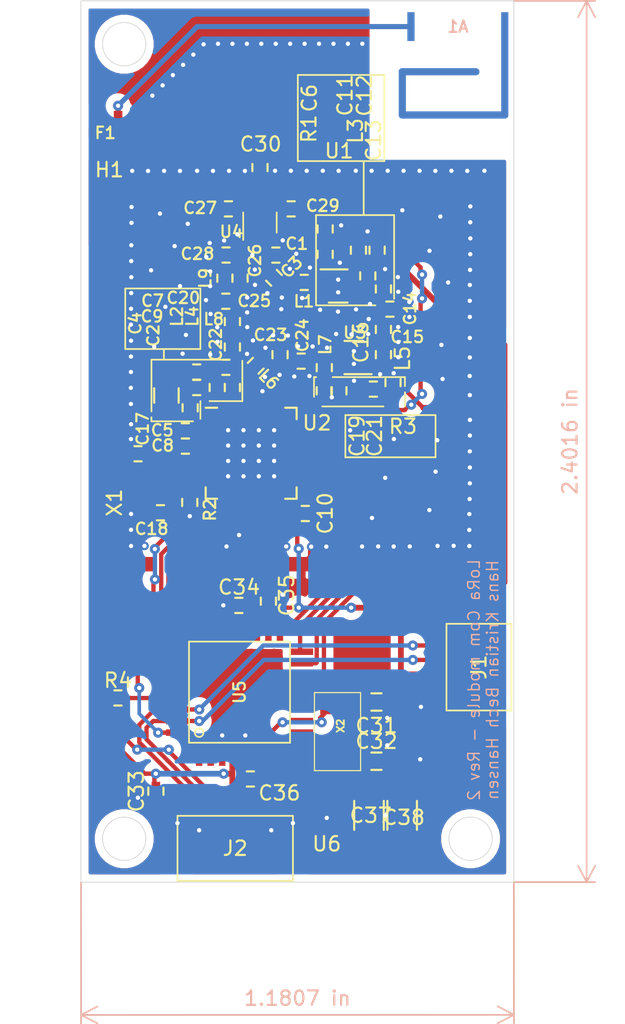
<source format=kicad_pcb>
(kicad_pcb (version 20171130) (host pcbnew "(5.1.4)-1")
  (title_block (title "LoRa Com module") (date 2019-12-13) (rev 2) (company "DTU Space") (comment 4 "Hans Kristian Bech Hansen"))
  (layers (0 F.Cu signal) (31 B.Cu signal) (34 B.Paste user) (35 F.Paste user) (36 B.SilkS user) (37 F.SilkS user) (38 B.Mask user) (39 F.Mask user) (44 Edge.Cuts user))
  (net 0 "")
  (net 1 /RF_RX)
  (net 2 GND)
  (net 3 "Net-(C3-Pad1)")
  (net 4 +3V3)
  (net 5 "Net-(C5-Pad1)")
  (net 6 "Net-(C7-Pad1)")
  (net 7 "Net-(C8-Pad1)")
  (net 8 "Net-(C13-Pad1)")
  (net 9 "Net-(C13-Pad2)")
  (net 10 "Net-(C15-Pad1)")
  (net 11 "Net-(C17-Pad2)")
  (net 12 "Net-(C18-Pad2)")
  (net 13 /SX1272_RF_TX)
  (net 14 "Net-(C22-Pad1)")
  (net 15 /LNA2_out)
  (net 16 "Net-(C24-Pad2)")
  (net 17 "Net-(C25-Pad1)")
  (net 18 "Net-(C25-Pad2)")
  (net 19 /RF_TX)
  (net 20 "Net-(C28-Pad2)")
  (net 21 /RXTX_SW)
  (net 22 "Net-(C30-Pad2)")
  (net 23 "Net-(C31-Pad2)")
  (net 24 "Net-(C32-Pad2)")
  (net 25 "Net-(C34-Pad1)")
  (net 26 /RX)
  (net 27 /TX)
  (net 28 "Net-(J2-Pad4)")
  (net 29 "Net-(L1-Pad1)")
  (net 30 "Net-(L4-Pad2)")
  (net 31 "Net-(L5-Pad1)")
  (net 32 /SX1272_RF_RX)
  (net 33 "Net-(R1-Pad2)")
  (net 34 "Net-(R3-Pad2)")
  (net 35 /Reset)
  (net 36 "Net-(U1-Pad8)")
  (net 37 "Net-(U1-Pad6)")
  (net 38 "Net-(U1-Pad5)")
  (net 39 "Net-(U1-Pad4)")
  (net 40 "Net-(U1-Pad3)")
  (net 41 /DIO0)
  (net 42 /DIO1)
  (net 43 /DIO2)
  (net 44 /DIO3)
  (net 45 /DIO4)
  (net 46 /DIO5)
  (net 47 /SCK)
  (net 48 /MISO)
  (net 49 /MOSI)
  (net 50 /RF_CS)
  (net 51 "Net-(U2-Pad21)")
  (net 52 "Net-(U2-Pad24)")
  (net 53 "Net-(U3-Pad3)")
  (net 54 "Net-(U3-Pad4)")
  (net 55 "Net-(U3-Pad5)")
  (net 56 "Net-(U3-Pad6)")
  (net 57 "Net-(U3-Pad8)")
  (net 58 "Net-(U5-Pad1)")
  (net 59 "Net-(U5-Pad2)")
  (net 60 "Net-(U5-Pad9)")
  (net 61 "Net-(U5-Pad10)")
  (net 62 "Net-(U5-Pad11)")
  (net 63 "Net-(U5-Pad12)")
  (net 64 "Net-(U5-Pad14)")
  (net 65 "Net-(U5-Pad19)")
  (net 66 "Net-(U5-Pad22)")
  (net 67 "Net-(L2-Pad2)")
  (net 68 /Reset_SX)
  (net 69 "Net-(A1-Pad1)")
  (net 70 /RF_antenna)
  (net 71 "Net-(C37-Pad1)")
  (net 72 "Net-(U6-Pad1)")
  (module dtusat:via-0.6mm-0.3mm_drill (layer F.Cu) (at 123.51 153.5 180)
    (fp_text reference "" hide)
    (fp_text value "" hide)
    (pad 1 thru_hole circle (at 0 0 180) (size 0.6 0.6) (drill 0.3) (layers *.Cu *.Mask) (net 2 GND))
  )
  (module dtusat:via-0.6mm-0.3mm_drill (layer F.Cu) (at 123.56 149.87 180)
    (fp_text reference "" hide)
    (fp_text value "" hide)
    (pad 1 thru_hole circle (at 0 0 180) (size 0.6 0.6) (drill 0.3) (layers *.Cu *.Mask) (net 2 GND))
  )
  (module dtusat:Qwiic_4-pin (layer F.Cu) (at 127.58 147.12 90)
    (fp_text reference J1 (at 0 0 90) (layer F.SilkS))
    (fp_text value Qwiic_4pin)
    (pad GND smd rect (at 3 -2.25 90) (size 1 4) (drill (offset 0 2)) (layers F.Cu F.Paste F.Mask))
    (pad GND smd rect (at -3 -2.25 90) (size 1 4) (drill (offset 0 2)) (layers F.Cu F.Paste F.Mask))
    (pad 1 smd rect (at 1.5 -2.75 90) (size 0.5 1) (layers F.Cu F.Paste F.Mask) (net 26 /RX))
    (pad 2 smd rect (at 0.5 -2.75 90) (size 0.5 1) (layers F.Cu F.Paste F.Mask) (net 27 /TX))
    (pad 3 smd rect (at -0.5 -2.75 90) (size 0.5 1) (layers F.Cu F.Paste F.Mask) (net 4 +3V3))
    (pad 4 smd rect (at -1.5 -2.75 90) (size 0.5 1) (layers F.Cu F.Paste F.Mask) (net 2 GND))
  )
  (module dtusat:via-0.6mm-0.3mm_drill (layer F.Cu) (at 119.5 103.97)
    (fp_text reference "" hide)
    (fp_text value "" hide)
    (pad 1 thru_hole circle (at 0 0) (size 0.6 0.6) (drill 0.3) (layers *.Cu *.Mask) (net 2 GND))
  )
  (module dtusat:via-0.6mm-0.3mm_drill (layer F.Cu) (at 118.5 103.97)
    (fp_text reference "" hide)
    (fp_text value "" hide)
    (pad 1 thru_hole circle (at 0 0) (size 0.6 0.6) (drill 0.3) (layers *.Cu *.Mask) (net 2 GND))
  )
  (module dtusat:via-0.6mm-0.3mm_drill (layer F.Cu) (at 117.5 103.97)
    (fp_text reference "" hide)
    (fp_text value "" hide)
    (pad 1 thru_hole circle (at 0 0) (size 0.6 0.6) (drill 0.3) (layers *.Cu *.Mask) (net 2 GND))
  )
  (module dtusat:via-0.6mm-0.3mm_drill (layer F.Cu) (at 116.5 103.97)
    (fp_text reference "" hide)
    (fp_text value "" hide)
    (pad 1 thru_hole circle (at 0 0) (size 0.6 0.6) (drill 0.3) (layers *.Cu *.Mask) (net 2 GND))
  )
  (module dtusat:via-0.6mm-0.3mm_drill (layer F.Cu) (at 115.5 103.97)
    (fp_text reference "" hide)
    (fp_text value "" hide)
    (pad 1 thru_hole circle (at 0 0) (size 0.6 0.6) (drill 0.3) (layers *.Cu *.Mask) (net 2 GND))
  )
  (module dtusat:via-0.6mm-0.3mm_drill (layer F.Cu) (at 114.5 103.97)
    (fp_text reference "" hide)
    (fp_text value "" hide)
    (pad 1 thru_hole circle (at 0 0) (size 0.6 0.6) (drill 0.3) (layers *.Cu *.Mask) (net 2 GND))
  )
  (module dtusat:via-0.6mm-0.3mm_drill (layer F.Cu) (at 113.5 103.97)
    (fp_text reference "" hide)
    (fp_text value "" hide)
    (pad 1 thru_hole circle (at 0 0) (size 0.6 0.6) (drill 0.3) (layers *.Cu *.Mask) (net 2 GND))
  )
  (module dtusat:via-0.6mm-0.3mm_drill (layer F.Cu) (at 112.5 103.97)
    (fp_text reference "" hide)
    (fp_text value "" hide)
    (pad 1 thru_hole circle (at 0 0) (size 0.6 0.6) (drill 0.3) (layers *.Cu *.Mask) (net 2 GND))
  )
  (module dtusat:via-0.6mm-0.3mm_drill (layer F.Cu) (at 111.5 103.97)
    (fp_text reference "" hide)
    (fp_text value "" hide)
    (pad 1 thru_hole circle (at 0 0) (size 0.6 0.6) (drill 0.3) (layers *.Cu *.Mask) (net 2 GND))
  )
  (module dtusat:via-0.6mm-0.3mm_drill (layer F.Cu) (at 110.5 103.97)
    (fp_text reference "" hide)
    (fp_text value "" hide)
    (pad 1 thru_hole circle (at 0 0) (size 0.6 0.6) (drill 0.3) (layers *.Cu *.Mask) (net 2 GND))
  )
  (module dtusat:via-0.6mm-0.3mm_drill (layer F.Cu) (at 109.5 103.97)
    (fp_text reference "" hide)
    (fp_text value "" hide)
    (pad 1 thru_hole circle (at 0 0) (size 0.6 0.6) (drill 0.3) (layers *.Cu *.Mask) (net 2 GND))
  )
  (module dtusat:via-0.6mm-0.3mm_drill (layer F.Cu) (at 108.5 104.01)
    (fp_text reference "" hide)
    (fp_text value "" hide)
    (pad 1 thru_hole circle (at 0 0) (size 0.6 0.6) (drill 0.3) (layers *.Cu *.Mask) (net 2 GND))
  )
  (module dtusat:via-0.6mm-0.3mm_drill (layer F.Cu) (at 107.79 104.72)
    (fp_text reference "" hide)
    (fp_text value "" hide)
    (pad 1 thru_hole circle (at 0 0) (size 0.6 0.6) (drill 0.3) (layers *.Cu *.Mask) (net 2 GND))
  )
  (module dtusat:via-0.6mm-0.3mm_drill (layer F.Cu) (at 107.08 105.43)
    (fp_text reference "" hide)
    (fp_text value "" hide)
    (pad 1 thru_hole circle (at 0 0) (size 0.6 0.6) (drill 0.3) (layers *.Cu *.Mask) (net 2 GND))
  )
  (module dtusat:via-0.6mm-0.3mm_drill (layer F.Cu) (at 106.37 106.14)
    (fp_text reference "" hide)
    (fp_text value "" hide)
    (pad 1 thru_hole circle (at 0 0) (size 0.6 0.6) (drill 0.3) (layers *.Cu *.Mask) (net 2 GND))
  )
  (module dtusat:via-0.6mm-0.3mm_drill (layer F.Cu) (at 105.66 106.85)
    (fp_text reference "" hide)
    (fp_text value "" hide)
    (pad 1 thru_hole circle (at 0 0) (size 0.6 0.6) (drill 0.3) (layers *.Cu *.Mask) (net 2 GND))
  )
  (module dtusat:via-0.6mm-0.3mm_drill (layer F.Cu) (at 104.95 107.56)
    (fp_text reference "" hide)
    (fp_text value "" hide)
    (pad 1 thru_hole circle (at 0 0) (size 0.6 0.6) (drill 0.3) (layers *.Cu *.Mask) (net 2 GND))
  )
  (module dtusat:Antenna_868MHz (layer B.Cu) (at 126.12 102.78102 180)
    (fp_text reference A1 (at 0 0) (layer B.SilkS) (effects (font (size 0.8 0.8)) (justify mirror)))
    (fp_text value 868MHz_ceramic_antenna)
    (pad 1 smd rect (at 3.25 0 180) (size 0.5 2) (layers B.Cu B.Paste B.Mask) (net 69 "Net-(A1-Pad1)"))
    (pad 2 smd rect (at -3.25 0 180) (size 0.5 2) (layers B.Cu B.Paste B.Mask))
  )
  (module dtusat:L0402 (layer F.Cu) (at 109.97756 120.19568 270)
    (fp_text reference L9 (at 0.0072 1.36144 90) (layer F.SilkS) (effects (font (size 0.8 0.8))))
    (fp_text value L_0402_5.6nH_CID3036)
    (pad 1 smd rect (at -0.45 0 270) (size 0.4 0.6) (layers F.Cu F.Paste F.Mask) (net 19 /RF_TX))
    (pad 2 smd rect (at 0.45 0 270) (size 0.4 0.6) (layers F.Cu F.Paste F.Mask) (net 17 "Net-(C25-Pad1)"))
  )
  (module dtusat:via-0.6mm-0.3mm_drill (layer F.Cu) (at 121.10022 157.38086 180)
    (fp_text reference "" hide)
    (fp_text value "" hide)
    (pad 1 thru_hole circle (at 0 0 180) (size 0.6 0.6) (drill 0.3) (layers *.Cu *.Mask) (net 2 GND))
  )
  (module dtusat:via-0.6mm-0.3mm_drill (layer F.Cu) (at 117.03368 157.55358 180)
    (fp_text reference "" hide)
    (fp_text value "" hide)
    (pad 1 thru_hole circle (at 0 0 180) (size 0.6 0.6) (drill 0.3) (layers *.Cu *.Mask) (net 2 GND))
  )
  (module dtusat:XCL205 (layer F.Cu) (at 117.03368 157.55358 180)
    (fp_text reference U6 (at 0 -1.8034) (layer F.SilkS))
    (fp_text value XCL205)
    (pad GND smd rect (at 0 0 180) (size 1.5 1.1) (layers F.Cu F.Paste F.Mask))
    (pad 6 smd rect (at -0.55 0.8625 180) (size 0.35 0.375) (layers F.Cu F.Paste F.Mask) (net 71 "Net-(C37-Pad1)"))
    (pad 5 smd rect (at 0 0.8625 180) (size 0.35 0.375) (layers F.Cu F.Paste F.Mask) (net 2 GND))
    (pad 4 smd rect (at 0.55 0.8625 180) (size 0.35 0.375) (layers F.Cu F.Paste F.Mask) (net 71 "Net-(C37-Pad1)"))
    (pad 3 smd rect (at 0.55 -0.8625 180) (size 0.35 0.375) (layers F.Cu F.Paste F.Mask) (net 4 +3V3))
    (pad 2 smd rect (at 0 -0.8625 180) (size 0.35 0.375) (layers F.Cu F.Paste F.Mask) (net 2 GND))
    (pad 1 smd rect (at -0.55 -0.8625 180) (size 0.35 0.375) (layers F.Cu F.Paste F.Mask) (net 72 "Net-(U6-Pad1)"))
    (pad 8 smd rect (at 1.275 0 180) (size 0.35 2.1) (layers F.Cu F.Paste F.Mask) (net 4 +3V3))
    (pad 7 smd rect (at -1.275 0 180) (size 0.35 2.1) (layers F.Cu F.Paste F.Mask) (net 72 "Net-(U6-Pad1)"))
  )
  (module dtusat:SAW_869MHz (layer F.Cu) (at 102.576 110.114 180)
    (fp_text reference F1 (at 0.889 -0.0254) (layer F.SilkS) (effects (font (size 0.8 0.8))))
    (fp_text value SAW_869MHz)
    (pad 6 smd rect (at -1.2 1.125 180) (size 0.6 0.75) (layers F.Cu F.Paste F.Mask) (net 2 GND))
    (pad 5 smd rect (at 0 1.125 180) (size 0.6 0.75) (layers F.Cu F.Paste F.Mask) (net 69 "Net-(A1-Pad1)"))
    (pad 4 smd rect (at 1.2 1.125 180) (size 0.6 0.75) (layers F.Cu F.Paste F.Mask) (net 2 GND))
    (pad 3 smd rect (at 1.2 -1.125 180) (size 0.6 0.75) (layers F.Cu F.Paste F.Mask) (net 2 GND))
    (pad 2 smd rect (at 0 -1.125 180) (size 0.6 0.75) (layers F.Cu F.Paste F.Mask) (net 70 /RF_antenna))
    (pad 1 smd rect (at -1.2 -0.75 180) (size 0.6 1.5) (layers F.Cu F.Paste F.Mask) (net 2 GND))
  )
  (module dtusat:C1206 (layer F.Cu) (at 122.25846 157.38086 90)
    (fp_text reference C38 (at -0.14478 0.11938 180) (layer F.SilkS))
    (fp_text value C_1206_4.7uF_CID2013_small)
    (pad 2 smd rect (at 1.5 0 90) (size 1 1.6) (layers F.Cu F.Paste F.Mask) (net 2 GND))
    (pad 1 smd rect (at -1.5 0 90) (size 1 1.6) (layers F.Cu F.Paste F.Mask) (net 4 +3V3))
  )
  (module dtusat:C1206 (layer F.Cu) (at 119.95976 157.38086 270)
    (fp_text reference C37 (at 0 -0.11938 180) (layer F.SilkS))
    (fp_text value C_1206_4.7uF_CID2013_small)
    (pad 2 smd rect (at 1.5 0 270) (size 1 1.6) (layers F.Cu F.Paste F.Mask) (net 2 GND))
    (pad 1 smd rect (at -1.5 0 270) (size 1 1.6) (layers F.Cu F.Paste F.Mask) (net 71 "Net-(C37-Pad1)"))
  )
  (module dtusat:via-0.6mm-0.3mm_drill (layer F.Cu) (at 117.3842 128.44052)
    (fp_text reference "" hide)
    (fp_text value "" hide)
    (pad 1 thru_hole circle (at 0 0) (size 0.6 0.6) (drill 0.3) (layers *.Cu *.Mask) (net 2 GND))
  )
  (module dtusat:via-0.6mm-0.3mm_drill (layer F.Cu) (at 113.9679 142.1053 180)
    (fp_text reference "" hide)
    (fp_text value "" hide)
    (pad 1 thru_hole circle (at 0 0 180) (size 0.6 0.6) (drill 0.3) (layers *.Cu *.Mask) (net 2 GND))
  )
  (module dtusat:via-0.6mm-0.3mm_drill (layer F.Cu) (at 109.8658 142.8419 180)
    (fp_text reference "" hide)
    (fp_text value "" hide)
    (pad 1 thru_hole circle (at 0 0 180) (size 0.6 0.6) (drill 0.3) (layers *.Cu *.Mask) (net 2 GND))
  )
  (module dtusat:via-0.6mm-0.3mm_drill (layer F.Cu) (at 118.0319 116.5402)
    (fp_text reference "" hide)
    (fp_text value "" hide)
    (pad 1 thru_hole circle (at 0 0) (size 0.6 0.6) (drill 0.3) (layers *.Cu *.Mask) (net 2 GND))
  )
  (module dtusat:via-0.6mm-0.3mm_drill (layer F.Cu) (at 119.8607 116.9593)
    (fp_text reference "" hide)
    (fp_text value "" hide)
    (pad 1 thru_hole circle (at 0 0) (size 0.6 0.6) (drill 0.3) (layers *.Cu *.Mask) (net 2 GND))
  )
  (module dtusat:via-0.6mm-0.3mm_drill (layer F.Cu) (at 107.5417 136.6697)
    (fp_text reference "" hide)
    (fp_text value "" hide)
    (pad 1 thru_hole circle (at 0 0) (size 0.6 0.6) (drill 0.3) (layers *.Cu *.Mask) (net 2 GND))
  )
  (module dtusat:via-0.6mm-0.3mm_drill (layer F.Cu) (at 108.1913 158.4121 180)
    (fp_text reference "" hide)
    (fp_text value "" hide)
    (pad 1 thru_hole circle (at 0 0 180) (size 0.6 0.6) (drill 0.3) (layers *.Cu *.Mask) (net 2 GND))
  )
  (module dtusat:via-0.6mm-0.3mm_drill (layer F.Cu) (at 113.1913 158.4121 180)
    (fp_text reference "" hide)
    (fp_text value "" hide)
    (pad 1 thru_hole circle (at 0 0 180) (size 0.6 0.6) (drill 0.3) (layers *.Cu *.Mask) (net 2 GND))
  )
  (module dtusat:via-0.6mm-0.3mm_drill (layer F.Cu) (at 114.6918 157.9168 180)
    (fp_text reference "" hide)
    (fp_text value "" hide)
    (pad 1 thru_hole circle (at 0 0 180) (size 0.6 0.6) (drill 0.3) (layers *.Cu *.Mask) (net 2 GND))
  )
  (module dtusat:via-0.6mm-0.3mm_drill (layer F.Cu) (at 106.6908 157.9168 180)
    (fp_text reference "" hide)
    (fp_text value "" hide)
    (pad 1 thru_hole circle (at 0 0 180) (size 0.6 0.6) (drill 0.3) (layers *.Cu *.Mask) (net 2 GND))
  )
  (module dtusat:via-0.6mm-0.3mm_drill (layer F.Cu) (at 103.9476 156.15742 180)
    (fp_text reference "" hide)
    (fp_text value "" hide)
    (pad 1 thru_hole circle (at 0 0 180) (size 0.6 0.6) (drill 0.3) (layers *.Cu *.Mask) (net 2 GND))
  )
  (module dtusat:via-0.6mm-0.3mm_drill (layer F.Cu) (at 121.22792 150.63 180)
    (fp_text reference "" hide)
    (fp_text value "" hide)
    (pad 1 thru_hole circle (at 0 0 180) (size 0.6 0.6) (drill 0.3) (layers *.Cu *.Mask) (net 2 GND))
  )
  (module dtusat:via-0.6mm-0.3mm_drill (layer F.Cu) (at 121.22792 152.53 180)
    (fp_text reference "" hide)
    (fp_text value "" hide)
    (pad 1 thru_hole circle (at 0 0 180) (size 0.6 0.6) (drill 0.3) (layers *.Cu *.Mask) (net 2 GND))
  )
  (module dtusat:via-0.6mm-0.3mm_drill (layer F.Cu) (at 109.7896 151.8462 180)
    (fp_text reference "" hide)
    (fp_text value "" hide)
    (pad 1 thru_hole circle (at 0 0 180) (size 0.6 0.6) (drill 0.3) (layers *.Cu *.Mask) (net 2 GND))
  )
  (module dtusat:via-0.6mm-0.3mm_drill (layer F.Cu) (at 111.3898 151.8462 180)
    (fp_text reference "" hide)
    (fp_text value "" hide)
    (pad 1 thru_hole circle (at 0 0 180) (size 0.6 0.6) (drill 0.3) (layers *.Cu *.Mask) (net 2 GND))
  )
  (module dtusat:via-0.6mm-0.3mm_drill (layer F.Cu) (at 118.91244 126.1282)
    (fp_text reference "" hide)
    (fp_text value "" hide)
    (pad 1 thru_hole circle (at 0 0) (size 0.6 0.6) (drill 0.3) (layers *.Cu *.Mask) (net 2 GND))
  )
  (module dtusat:via-0.6mm-0.3mm_drill (layer F.Cu) (at 118.91244 125.2482)
    (fp_text reference "" hide)
    (fp_text value "" hide)
    (pad 1 thru_hole circle (at 0 0) (size 0.6 0.6) (drill 0.3) (layers *.Cu *.Mask) (net 2 GND))
  )
  (module dtusat:via-0.6mm-0.3mm_drill (layer F.Cu) (at 117.82616 121.17628)
    (fp_text reference "" hide)
    (fp_text value "" hide)
    (pad 1 thru_hole circle (at 0 0) (size 0.6 0.6) (drill 0.3) (layers *.Cu *.Mask) (net 2 GND))
  )
  (module dtusat:via-0.6mm-0.3mm_drill (layer F.Cu) (at 117.82616 120.29628)
    (fp_text reference "" hide)
    (fp_text value "" hide)
    (pad 1 thru_hole circle (at 0 0) (size 0.6 0.6) (drill 0.3) (layers *.Cu *.Mask) (net 2 GND))
  )
  (module dtusat:via-0.6mm-0.3mm_drill (layer F.Cu) (at 120.16804 136.79162)
    (fp_text reference "" hide)
    (fp_text value "" hide)
    (pad 1 thru_hole circle (at 0 0) (size 0.6 0.6) (drill 0.3) (layers *.Cu *.Mask) (net 2 GND))
  )
  (module dtusat:via-0.6mm-0.3mm_drill (layer F.Cu) (at 124.14568 136.24806)
    (fp_text reference "" hide)
    (fp_text value "" hide)
    (pad 1 thru_hole circle (at 0 0) (size 0.6 0.6) (drill 0.3) (layers *.Cu *.Mask) (net 2 GND))
  )
  (module dtusat:via-0.6mm-0.3mm_drill (layer F.Cu) (at 124.57494 133.58614)
    (fp_text reference "" hide)
    (fp_text value "" hide)
    (pad 1 thru_hole circle (at 0 0) (size 0.6 0.6) (drill 0.3) (layers *.Cu *.Mask) (net 2 GND))
  )
  (module dtusat:via-0.6mm-0.3mm_drill (layer F.Cu) (at 121.08498 134.0154)
    (fp_text reference "" hide)
    (fp_text value "" hide)
    (pad 1 thru_hole circle (at 0 0) (size 0.6 0.6) (drill 0.3) (layers *.Cu *.Mask) (net 2 GND))
  )
  (module dtusat:via-0.6mm-0.3mm_drill (layer F.Cu) (at 121.68442 131.32808)
    (fp_text reference "" hide)
    (fp_text value "" hide)
    (pad 1 thru_hole circle (at 0 0) (size 0.6 0.6) (drill 0.3) (layers *.Cu *.Mask) (net 2 GND))
  )
  (module dtusat:via-0.6mm-0.3mm_drill (layer F.Cu) (at 118.65166 130.7261)
    (fp_text reference "" hide)
    (fp_text value "" hide)
    (pad 1 thru_hole circle (at 0 0) (size 0.6 0.6) (drill 0.3) (layers *.Cu *.Mask) (net 2 GND))
  )
  (module dtusat:via-0.6mm-0.3mm_drill (layer F.Cu) (at 124.68924 131.4119)
    (fp_text reference "" hide)
    (fp_text value "" hide)
    (pad 1 thru_hole circle (at 0 0) (size 0.6 0.6) (drill 0.3) (layers *.Cu *.Mask) (net 2 GND))
  )
  (module dtusat:via-0.6mm-0.3mm_drill (layer F.Cu) (at 122.27116 115.49626)
    (fp_text reference "" hide)
    (fp_text value "" hide)
    (pad 1 thru_hole circle (at 0 0) (size 0.6 0.6) (drill 0.3) (layers *.Cu *.Mask) (net 2 GND))
  )
  (module dtusat:via-0.6mm-0.3mm_drill (layer F.Cu) (at 124.90514 115.92806)
    (fp_text reference "" hide)
    (fp_text value "" hide)
    (pad 1 thru_hole circle (at 0 0) (size 0.6 0.6) (drill 0.3) (layers *.Cu *.Mask) (net 2 GND))
  )
  (module dtusat:via-0.6mm-0.3mm_drill (layer F.Cu) (at 124.1533 118.30042)
    (fp_text reference "" hide)
    (fp_text value "" hide)
    (pad 1 thru_hole circle (at 0 0) (size 0.6 0.6) (drill 0.3) (layers *.Cu *.Mask) (net 2 GND))
  )
  (module dtusat:via-0.6mm-0.3mm_drill (layer F.Cu) (at 125.44616 120.49244)
    (fp_text reference "" hide)
    (fp_text value "" hide)
    (pad 1 thru_hole circle (at 0 0) (size 0.6 0.6) (drill 0.3) (layers *.Cu *.Mask) (net 2 GND))
  )
  (module dtusat:via-0.6mm-0.3mm_drill (layer F.Cu) (at 124.98134 124.81044)
    (fp_text reference "" hide)
    (fp_text value "" hide)
    (pad 1 thru_hole circle (at 0 0) (size 0.6 0.6) (drill 0.3) (layers *.Cu *.Mask) (net 2 GND))
  )
  (module dtusat:via-0.6mm-0.3mm_drill (layer F.Cu) (at 125.06008 127.17518)
    (fp_text reference "" hide)
    (fp_text value "" hide)
    (pad 1 thru_hole circle (at 0 0) (size 0.6 0.6) (drill 0.3) (layers *.Cu *.Mask) (net 2 GND))
  )
  (module dtusat:via-0.6mm-0.3mm_drill (layer F.Cu) (at 107.0464 125.42258)
    (fp_text reference "" hide)
    (fp_text value "" hide)
    (pad 1 thru_hole circle (at 0 0) (size 0.6 0.6) (drill 0.3) (layers *.Cu *.Mask) (net 2 GND))
  )
  (module dtusat:via-0.6mm-0.3mm_drill (layer F.Cu) (at 105.08044 124.94506)
    (fp_text reference "" hide)
    (fp_text value "" hide)
    (pad 1 thru_hole circle (at 0 0) (size 0.6 0.6) (drill 0.3) (layers *.Cu *.Mask) (net 2 GND))
  )
  (module dtusat:via-0.6mm-0.3mm_drill (layer F.Cu) (at 104.862 119.6517)
    (fp_text reference "" hide)
    (fp_text value "" hide)
    (pad 1 thru_hole circle (at 0 0) (size 0.6 0.6) (drill 0.3) (layers *.Cu *.Mask) (net 2 GND))
  )
  (module dtusat:via-0.6mm-0.3mm_drill (layer F.Cu) (at 106.8686 120.7439)
    (fp_text reference "" hide)
    (fp_text value "" hide)
    (pad 1 thru_hole circle (at 0 0) (size 0.6 0.6) (drill 0.3) (layers *.Cu *.Mask) (net 2 GND))
  )
  (module dtusat:via-0.6mm-0.3mm_drill (layer F.Cu) (at 107.402 116.43352)
    (fp_text reference "" hide)
    (fp_text value "" hide)
    (pad 1 thru_hole circle (at 0 0) (size 0.6 0.6) (drill 0.3) (layers *.Cu *.Mask) (net 2 GND))
  )
  (module dtusat:via-0.6mm-0.3mm_drill (layer F.Cu) (at 107.275 124.1221)
    (fp_text reference "" hide)
    (fp_text value "" hide)
    (pad 1 thru_hole circle (at 0 0) (size 0.6 0.6) (drill 0.3) (layers *.Cu *.Mask) (net 2 GND))
  )
  (module dtusat:via-0.6mm-0.3mm_drill (layer F.Cu) (at 106.49268 117.9753)
    (fp_text reference "" hide)
    (fp_text value "" hide)
    (pad 1 thru_hole circle (at 0 0) (size 0.6 0.6) (drill 0.3) (layers *.Cu *.Mask) (net 2 GND))
  )
  (module dtusat:via-0.6mm-0.3mm_drill (layer F.Cu) (at 105.8526 122.179)
    (fp_text reference "" hide)
    (fp_text value "" hide)
    (pad 1 thru_hole circle (at 0 0) (size 0.6 0.6) (drill 0.3) (layers *.Cu *.Mask) (net 2 GND))
  )
  (module dtusat:via-0.6mm-0.3mm_drill (layer F.Cu) (at 105.47668 115.72486)
    (fp_text reference "" hide)
    (fp_text value "" hide)
    (pad 1 thru_hole circle (at 0 0) (size 0.6 0.6) (drill 0.3) (layers *.Cu *.Mask) (net 2 GND))
  )
  (module dtusat:via-0.6mm-0.3mm_drill (layer F.Cu) (at 114.22698 138.76774)
    (fp_text reference "" hide)
    (fp_text value "" hide)
    (pad 1 thru_hole circle (at 0 0) (size 0.6 0.6) (drill 0.3) (layers *.Cu *.Mask) (net 2 GND))
  )
  (module dtusat:via-0.6mm-0.3mm_drill (layer F.Cu) (at 115.95672 138.78044 180)
    (fp_text reference "" hide)
    (fp_text value "" hide)
    (pad 1 thru_hole circle (at 0 0 180) (size 0.6 0.6) (drill 0.3) (layers *.Cu *.Mask) (net 2 GND))
  )
  (module dtusat:via-0.6mm-0.3mm_drill (layer F.Cu) (at 117.0032 138.7779 180)
    (fp_text reference "" hide)
    (fp_text value "" hide)
    (pad 1 thru_hole circle (at 0 0 180) (size 0.6 0.6) (drill 0.3) (layers *.Cu *.Mask) (net 2 GND))
  )
  (module dtusat:via-0.6mm-0.3mm_drill (layer F.Cu) (at 120.5973 138.7652 180)
    (fp_text reference "" hide)
    (fp_text value "" hide)
    (pad 1 thru_hole circle (at 0 0 180) (size 0.6 0.6) (drill 0.3) (layers *.Cu *.Mask) (net 2 GND))
  )
  (module dtusat:via-0.6mm-0.3mm_drill (layer F.Cu) (at 119.48224 138.77028 180)
    (fp_text reference "" hide)
    (fp_text value "" hide)
    (pad 1 thru_hole circle (at 0 0 180) (size 0.6 0.6) (drill 0.3) (layers *.Cu *.Mask) (net 2 GND))
  )
  (module dtusat:via-0.6mm-0.3mm_drill (layer F.Cu) (at 121.67172 138.77028 180)
    (fp_text reference "" hide)
    (fp_text value "" hide)
    (pad 1 thru_hole circle (at 0 0 180) (size 0.6 0.6) (drill 0.3) (layers *.Cu *.Mask) (net 2 GND))
  )
  (module dtusat:via-0.6mm-0.3mm_drill (layer F.Cu) (at 122.78678 138.7652 180)
    (fp_text reference "" hide)
    (fp_text value "" hide)
    (pad 1 thru_hole circle (at 0 0 180) (size 0.6 0.6) (drill 0.3) (layers *.Cu *.Mask) (net 2 GND))
  )
  (module dtusat:via-0.6mm-0.3mm_drill (layer F.Cu) (at 124.7121 138.7271 180)
    (fp_text reference "" hide)
    (fp_text value "" hide)
    (pad 1 thru_hole circle (at 0 0 180) (size 0.6 0.6) (drill 0.3) (layers *.Cu *.Mask) (net 2 GND))
  )
  (module dtusat:via-0.6mm-0.3mm_drill (layer F.Cu) (at 125.82716 138.72202 180)
    (fp_text reference "" hide)
    (fp_text value "" hide)
    (pad 1 thru_hole circle (at 0 0 180) (size 0.6 0.6) (drill 0.3) (layers *.Cu *.Mask) (net 2 GND))
  )
  (module dtusat:via-0.6mm-0.3mm_drill (layer F.Cu) (at 126.91682 138.73726 90)
    (fp_text reference "" hide)
    (fp_text value "" hide)
    (pad 1 thru_hole circle (at 0 0 90) (size 0.6 0.6) (drill 0.3) (layers *.Cu *.Mask) (net 2 GND))
  )
  (module dtusat:via-0.6mm-0.3mm_drill (layer F.Cu) (at 126.91174 137.6222 90)
    (fp_text reference "" hide)
    (fp_text value "" hide)
    (pad 1 thru_hole circle (at 0 0 90) (size 0.6 0.6) (drill 0.3) (layers *.Cu *.Mask) (net 2 GND))
  )
  (module dtusat:via-0.6mm-0.3mm_drill (layer F.Cu) (at 126.95238 131.08678 90)
    (fp_text reference "" hide)
    (fp_text value "" hide)
    (pad 1 thru_hole circle (at 0 0 90) (size 0.6 0.6) (drill 0.3) (layers *.Cu *.Mask) (net 2 GND))
  )
  (module dtusat:via-0.6mm-0.3mm_drill (layer F.Cu) (at 126.9473 134.3964 90)
    (fp_text reference "" hide)
    (fp_text value "" hide)
    (pad 1 thru_hole circle (at 0 0 90) (size 0.6 0.6) (drill 0.3) (layers *.Cu *.Mask) (net 2 GND))
  )
  (module dtusat:via-0.6mm-0.3mm_drill (layer F.Cu) (at 126.95238 133.29912 90)
    (fp_text reference "" hide)
    (fp_text value "" hide)
    (pad 1 thru_hole circle (at 0 0 90) (size 0.6 0.6) (drill 0.3) (layers *.Cu *.Mask) (net 2 GND))
  )
  (module dtusat:via-0.6mm-0.3mm_drill (layer F.Cu) (at 126.9346 135.48352 90)
    (fp_text reference "" hide)
    (fp_text value "" hide)
    (pad 1 thru_hole circle (at 0 0 90) (size 0.6 0.6) (drill 0.3) (layers *.Cu *.Mask) (net 2 GND))
  )
  (module dtusat:via-0.6mm-0.3mm_drill (layer F.Cu) (at 126.91682 136.52492 90)
    (fp_text reference "" hide)
    (fp_text value "" hide)
    (pad 1 thru_hole circle (at 0 0 90) (size 0.6 0.6) (drill 0.3) (layers *.Cu *.Mask) (net 2 GND))
  )
  (module dtusat:via-0.6mm-0.3mm_drill (layer F.Cu) (at 126.9473 132.18406 90)
    (fp_text reference "" hide)
    (fp_text value "" hide)
    (pad 1 thru_hole circle (at 0 0 90) (size 0.6 0.6) (drill 0.3) (layers *.Cu *.Mask) (net 2 GND))
  )
  (module dtusat:via-0.6mm-0.3mm_drill (layer F.Cu) (at 123.46242 112.76322)
    (fp_text reference "" hide)
    (fp_text value "" hide)
    (pad 1 thru_hole circle (at 0 0) (size 0.6 0.6) (drill 0.3) (layers *.Cu *.Mask) (net 2 GND))
  )
  (module dtusat:via-0.6mm-0.3mm_drill (layer F.Cu) (at 126.77204 112.7683)
    (fp_text reference "" hide)
    (fp_text value "" hide)
    (pad 1 thru_hole circle (at 0 0) (size 0.6 0.6) (drill 0.3) (layers *.Cu *.Mask) (net 2 GND))
  )
  (module dtusat:via-0.6mm-0.3mm_drill (layer F.Cu) (at 125.67476 112.76322)
    (fp_text reference "" hide)
    (fp_text value "" hide)
    (pad 1 thru_hole circle (at 0 0) (size 0.6 0.6) (drill 0.3) (layers *.Cu *.Mask) (net 2 GND))
  )
  (module dtusat:via-0.6mm-0.3mm_drill (layer F.Cu) (at 126.95492 130.00474 90)
    (fp_text reference "" hide)
    (fp_text value "" hide)
    (pad 1 thru_hole circle (at 0 0 90) (size 0.6 0.6) (drill 0.3) (layers *.Cu *.Mask) (net 2 GND))
  )
  (module dtusat:via-0.6mm-0.3mm_drill (layer F.Cu) (at 124.5597 112.7683)
    (fp_text reference "" hide)
    (fp_text value "" hide)
    (pad 1 thru_hole circle (at 0 0) (size 0.6 0.6) (drill 0.3) (layers *.Cu *.Mask) (net 2 GND))
  )
  (module dtusat:via-0.6mm-0.3mm_drill (layer F.Cu) (at 127.96076 112.76068)
    (fp_text reference "" hide)
    (fp_text value "" hide)
    (pad 1 thru_hole circle (at 0 0) (size 0.6 0.6) (drill 0.3) (layers *.Cu *.Mask) (net 2 GND))
  )
  (module dtusat:via-0.6mm-0.3mm_drill (layer F.Cu) (at 126.9473 128.29024 90)
    (fp_text reference "" hide)
    (fp_text value "" hide)
    (pad 1 thru_hole circle (at 0 0 90) (size 0.6 0.6) (drill 0.3) (layers *.Cu *.Mask) (net 2 GND))
  )
  (module dtusat:via-0.6mm-0.3mm_drill (layer F.Cu) (at 126.93968 126.9669 90)
    (fp_text reference "" hide)
    (fp_text value "" hide)
    (pad 1 thru_hole circle (at 0 0 90) (size 0.6 0.6) (drill 0.3) (layers *.Cu *.Mask) (net 2 GND))
  )
  (module dtusat:via-0.6mm-0.3mm_drill (layer F.Cu) (at 117.85664 112.76576)
    (fp_text reference "" hide)
    (fp_text value "" hide)
    (pad 1 thru_hole circle (at 0 0) (size 0.6 0.6) (drill 0.3) (layers *.Cu *.Mask) (net 2 GND))
  )
  (module dtusat:via-0.6mm-0.3mm_drill (layer F.Cu) (at 116.75936 112.76068)
    (fp_text reference "" hide)
    (fp_text value "" hide)
    (pad 1 thru_hole circle (at 0 0) (size 0.6 0.6) (drill 0.3) (layers *.Cu *.Mask) (net 2 GND))
  )
  (module dtusat:via-0.6mm-0.3mm_drill (layer F.Cu) (at 114.54702 112.76068)
    (fp_text reference "" hide)
    (fp_text value "" hide)
    (pad 1 thru_hole circle (at 0 0) (size 0.6 0.6) (drill 0.3) (layers *.Cu *.Mask) (net 2 GND))
  )
  (module dtusat:via-0.6mm-0.3mm_drill (layer F.Cu) (at 115.6443 112.76576)
    (fp_text reference "" hide)
    (fp_text value "" hide)
    (pad 1 thru_hole circle (at 0 0) (size 0.6 0.6) (drill 0.3) (layers *.Cu *.Mask) (net 2 GND))
  )
  (module dtusat:via-0.6mm-0.3mm_drill (layer F.Cu) (at 119.04536 112.75814)
    (fp_text reference "" hide)
    (fp_text value "" hide)
    (pad 1 thru_hole circle (at 0 0) (size 0.6 0.6) (drill 0.3) (layers *.Cu *.Mask) (net 2 GND))
  )
  (module dtusat:via-0.6mm-0.3mm_drill (layer F.Cu) (at 120.14264 112.76322)
    (fp_text reference "" hide)
    (fp_text value "" hide)
    (pad 1 thru_hole circle (at 0 0) (size 0.6 0.6) (drill 0.3) (layers *.Cu *.Mask) (net 2 GND))
  )
  (module dtusat:via-0.6mm-0.3mm_drill (layer F.Cu) (at 121.2577 112.75814)
    (fp_text reference "" hide)
    (fp_text value "" hide)
    (pad 1 thru_hole circle (at 0 0) (size 0.6 0.6) (drill 0.3) (layers *.Cu *.Mask) (net 2 GND))
  )
  (module dtusat:via-0.6mm-0.3mm_drill (layer F.Cu) (at 122.35498 112.76322)
    (fp_text reference "" hide)
    (fp_text value "" hide)
    (pad 1 thru_hole circle (at 0 0) (size 0.6 0.6) (drill 0.3) (layers *.Cu *.Mask) (net 2 GND))
  )
  (module dtusat:via-0.6mm-0.3mm_drill (layer F.Cu) (at 126.9473 120.66516 90)
    (fp_text reference "" hide)
    (fp_text value "" hide)
    (pad 1 thru_hole circle (at 0 0 90) (size 0.6 0.6) (drill 0.3) (layers *.Cu *.Mask) (net 2 GND))
  )
  (module dtusat:via-0.6mm-0.3mm_drill (layer F.Cu) (at 126.9473 125.6842 90)
    (fp_text reference "" hide)
    (fp_text value "" hide)
    (pad 1 thru_hole circle (at 0 0 90) (size 0.6 0.6) (drill 0.3) (layers *.Cu *.Mask) (net 2 GND))
  )
  (module dtusat:via-0.6mm-0.3mm_drill (layer F.Cu) (at 126.9473 122.8775 90)
    (fp_text reference "" hide)
    (fp_text value "" hide)
    (pad 1 thru_hole circle (at 0 0 90) (size 0.6 0.6) (drill 0.3) (layers *.Cu *.Mask) (net 2 GND))
  )
  (module dtusat:via-0.6mm-0.3mm_drill (layer F.Cu) (at 126.9473 124.33292 90)
    (fp_text reference "" hide)
    (fp_text value "" hide)
    (pad 1 thru_hole circle (at 0 0 90) (size 0.6 0.6) (drill 0.3) (layers *.Cu *.Mask) (net 2 GND))
  )
  (module dtusat:via-0.6mm-0.3mm_drill (layer F.Cu) (at 126.94222 121.76244 90)
    (fp_text reference "" hide)
    (fp_text value "" hide)
    (pad 1 thru_hole circle (at 0 0 90) (size 0.6 0.6) (drill 0.3) (layers *.Cu *.Mask) (net 2 GND))
  )
  (module dtusat:via-0.6mm-0.3mm_drill (layer F.Cu) (at 126.97778 116.3243 90)
    (fp_text reference "" hide)
    (fp_text value "" hide)
    (pad 1 thru_hole circle (at 0 0 90) (size 0.6 0.6) (drill 0.3) (layers *.Cu *.Mask) (net 2 GND))
  )
  (module dtusat:via-0.6mm-0.3mm_drill (layer F.Cu) (at 126.98286 115.22702 90)
    (fp_text reference "" hide)
    (fp_text value "" hide)
    (pad 1 thru_hole circle (at 0 0 90) (size 0.6 0.6) (drill 0.3) (layers *.Cu *.Mask) (net 2 GND))
  )
  (module dtusat:via-0.6mm-0.3mm_drill (layer F.Cu) (at 126.97778 118.53664 90)
    (fp_text reference "" hide)
    (fp_text value "" hide)
    (pad 1 thru_hole circle (at 0 0 90) (size 0.6 0.6) (drill 0.3) (layers *.Cu *.Mask) (net 2 GND))
  )
  (module dtusat:via-0.6mm-0.3mm_drill (layer F.Cu) (at 126.98286 117.43936 90)
    (fp_text reference "" hide)
    (fp_text value "" hide)
    (pad 1 thru_hole circle (at 0 0 90) (size 0.6 0.6) (drill 0.3) (layers *.Cu *.Mask) (net 2 GND))
  )
  (module dtusat:via-0.6mm-0.3mm_drill (layer F.Cu) (at 126.96508 119.62376 90)
    (fp_text reference "" hide)
    (fp_text value "" hide)
    (pad 1 thru_hole circle (at 0 0 90) (size 0.6 0.6) (drill 0.3) (layers *.Cu *.Mask) (net 2 GND))
  )
  (module dtusat:via-0.6mm-0.3mm_drill (layer F.Cu) (at 110.958 137.9778 90)
    (fp_text reference "" hide)
    (fp_text value "" hide)
    (pad 1 thru_hole circle (at 0 0 90) (size 0.6 0.6) (drill 0.3) (layers *.Cu *.Mask) (net 2 GND))
  )
  (module dtusat:via-0.6mm-0.3mm_drill (layer F.Cu) (at 110.08932 138.76774 90)
    (fp_text reference "" hide)
    (fp_text value "" hide)
    (pad 1 thru_hole circle (at 0 0 90) (size 0.6 0.6) (drill 0.3) (layers *.Cu *.Mask) (net 2 GND))
  )
  (module dtusat:via-0.6mm-0.3mm_drill (layer F.Cu) (at 104.4048 138.7271 90)
    (fp_text reference "" hide)
    (fp_text value "" hide)
    (pad 1 thru_hole circle (at 0 0 90) (size 0.6 0.6) (drill 0.3) (layers *.Cu *.Mask) (net 2 GND))
  )
  (module dtusat:via-0.6mm-0.3mm_drill (layer F.Cu) (at 103.4777 138.73472 90)
    (fp_text reference "" hide)
    (fp_text value "" hide)
    (pad 1 thru_hole circle (at 0 0 90) (size 0.6 0.6) (drill 0.3) (layers *.Cu *.Mask) (net 2 GND))
  )
  (module dtusat:via-0.6mm-0.3mm_drill (layer F.Cu) (at 103.4777 136.51476 90)
    (fp_text reference "" hide)
    (fp_text value "" hide)
    (pad 1 thru_hole circle (at 0 0 90) (size 0.6 0.6) (drill 0.3) (layers *.Cu *.Mask) (net 2 GND))
  )
  (module dtusat:via-0.6mm-0.3mm_drill (layer F.Cu) (at 103.47262 137.61204 90)
    (fp_text reference "" hide)
    (fp_text value "" hide)
    (pad 1 thru_hole circle (at 0 0 90) (size 0.6 0.6) (drill 0.3) (layers *.Cu *.Mask) (net 2 GND))
  )
  (module dtusat:via-0.6mm-0.3mm_drill (layer F.Cu) (at 103.5031 116.36494 90)
    (fp_text reference "" hide)
    (fp_text value "" hide)
    (pad 1 thru_hole circle (at 0 0 90) (size 0.6 0.6) (drill 0.3) (layers *.Cu *.Mask) (net 2 GND))
  )
  (module dtusat:via-0.6mm-0.3mm_drill (layer F.Cu) (at 103.50818 115.26766 90)
    (fp_text reference "" hide)
    (fp_text value "" hide)
    (pad 1 thru_hole circle (at 0 0 90) (size 0.6 0.6) (drill 0.3) (layers *.Cu *.Mask) (net 2 GND))
  )
  (module dtusat:via-0.6mm-0.3mm_drill (layer F.Cu) (at 103.46754 131.33316 90)
    (fp_text reference "" hide)
    (fp_text value "" hide)
    (pad 1 thru_hole circle (at 0 0 90) (size 0.6 0.6) (drill 0.3) (layers *.Cu *.Mask) (net 2 GND))
  )
  (module dtusat:via-0.6mm-0.3mm_drill (layer F.Cu) (at 103.465 128.90238 90)
    (fp_text reference "" hide)
    (fp_text value "" hide)
    (pad 1 thru_hole circle (at 0 0 90) (size 0.6 0.6) (drill 0.3) (layers *.Cu *.Mask) (net 2 GND))
  )
  (module dtusat:via-0.6mm-0.3mm_drill (layer F.Cu) (at 103.45992 127.78732 90)
    (fp_text reference "" hide)
    (fp_text value "" hide)
    (pad 1 thru_hole circle (at 0 0 90) (size 0.6 0.6) (drill 0.3) (layers *.Cu *.Mask) (net 2 GND))
  )
  (module dtusat:via-0.6mm-0.3mm_drill (layer F.Cu) (at 103.47516 130.307 90)
    (fp_text reference "" hide)
    (fp_text value "" hide)
    (pad 1 thru_hole circle (at 0 0 90) (size 0.6 0.6) (drill 0.3) (layers *.Cu *.Mask) (net 2 GND))
  )
  (module dtusat:via-0.6mm-0.3mm_drill (layer F.Cu) (at 103.465 126.69004 90)
    (fp_text reference "" hide)
    (fp_text value "" hide)
    (pad 1 thru_hole circle (at 0 0 90) (size 0.6 0.6) (drill 0.3) (layers *.Cu *.Mask) (net 2 GND))
  )
  (module dtusat:via-0.6mm-0.3mm_drill (layer F.Cu) (at 103.47008 123.40836 90)
    (fp_text reference "" hide)
    (fp_text value "" hide)
    (pad 1 thru_hole circle (at 0 0 90) (size 0.6 0.6) (drill 0.3) (layers *.Cu *.Mask) (net 2 GND))
  )
  (module dtusat:via-0.6mm-0.3mm_drill (layer F.Cu) (at 103.47516 122.31108 90)
    (fp_text reference "" hide)
    (fp_text value "" hide)
    (pad 1 thru_hole circle (at 0 0 90) (size 0.6 0.6) (drill 0.3) (layers *.Cu *.Mask) (net 2 GND))
  )
  (module dtusat:via-0.6mm-0.3mm_drill (layer F.Cu) (at 103.47008 125.6207 90)
    (fp_text reference "" hide)
    (fp_text value "" hide)
    (pad 1 thru_hole circle (at 0 0 90) (size 0.6 0.6) (drill 0.3) (layers *.Cu *.Mask) (net 2 GND))
  )
  (module dtusat:via-0.6mm-0.3mm_drill (layer F.Cu) (at 103.47516 124.52342 90)
    (fp_text reference "" hide)
    (fp_text value "" hide)
    (pad 1 thru_hole circle (at 0 0 90) (size 0.6 0.6) (drill 0.3) (layers *.Cu *.Mask) (net 2 GND))
  )
  (module dtusat:via-0.6mm-0.3mm_drill (layer F.Cu) (at 103.49294 117.91434 90)
    (fp_text reference "" hide)
    (fp_text value "" hide)
    (pad 1 thru_hole circle (at 0 0 90) (size 0.6 0.6) (drill 0.3) (layers *.Cu *.Mask) (net 2 GND))
  )
  (module dtusat:via-0.6mm-0.3mm_drill (layer F.Cu) (at 103.48786 119.01162 90)
    (fp_text reference "" hide)
    (fp_text value "" hide)
    (pad 1 thru_hole circle (at 0 0 90) (size 0.6 0.6) (drill 0.3) (layers *.Cu *.Mask) (net 2 GND))
  )
  (module dtusat:via-0.6mm-0.3mm_drill (layer F.Cu) (at 103.48786 121.22396 90)
    (fp_text reference "" hide)
    (fp_text value "" hide)
    (pad 1 thru_hole circle (at 0 0 90) (size 0.6 0.6) (drill 0.3) (layers *.Cu *.Mask) (net 2 GND))
  )
  (module dtusat:via-0.6mm-0.3mm_drill (layer F.Cu) (at 103.49294 120.12668 90)
    (fp_text reference "" hide)
    (fp_text value "" hide)
    (pad 1 thru_hole circle (at 0 0 90) (size 0.6 0.6) (drill 0.3) (layers *.Cu *.Mask) (net 2 GND))
  )
  (module dtusat:via-0.6mm-0.3mm_drill (layer F.Cu) (at 103.5539 112.7683)
    (fp_text reference "" hide)
    (fp_text value "" hide)
    (pad 1 thru_hole circle (at 0 0) (size 0.6 0.6) (drill 0.3) (layers *.Cu *.Mask) (net 2 GND))
  )
  (module dtusat:via-0.6mm-0.3mm_drill (layer F.Cu) (at 104.65118 112.77338)
    (fp_text reference "" hide)
    (fp_text value "" hide)
    (pad 1 thru_hole circle (at 0 0) (size 0.6 0.6) (drill 0.3) (layers *.Cu *.Mask) (net 2 GND))
  )
  (module dtusat:via-0.6mm-0.3mm_drill (layer F.Cu) (at 105.76624 112.7683)
    (fp_text reference "" hide)
    (fp_text value "" hide)
    (pad 1 thru_hole circle (at 0 0) (size 0.6 0.6) (drill 0.3) (layers *.Cu *.Mask) (net 2 GND))
  )
  (module dtusat:via-0.6mm-0.3mm_drill (layer F.Cu) (at 106.86352 112.77338)
    (fp_text reference "" hide)
    (fp_text value "" hide)
    (pad 1 thru_hole circle (at 0 0) (size 0.6 0.6) (drill 0.3) (layers *.Cu *.Mask) (net 2 GND))
  )
  (module dtusat:via-0.6mm-0.3mm_drill (layer F.Cu) (at 108.05224 112.76576)
    (fp_text reference "" hide)
    (fp_text value "" hide)
    (pad 1 thru_hole circle (at 0 0) (size 0.6 0.6) (drill 0.3) (layers *.Cu *.Mask) (net 2 GND))
  )
  (module dtusat:via-0.6mm-0.3mm_drill (layer F.Cu) (at 109.14952 112.77084)
    (fp_text reference "" hide)
    (fp_text value "" hide)
    (pad 1 thru_hole circle (at 0 0) (size 0.6 0.6) (drill 0.3) (layers *.Cu *.Mask) (net 2 GND))
  )
  (module dtusat:via-0.6mm-0.3mm_drill (layer F.Cu) (at 110.26458 112.76576)
    (fp_text reference "" hide)
    (fp_text value "" hide)
    (pad 1 thru_hole circle (at 0 0) (size 0.6 0.6) (drill 0.3) (layers *.Cu *.Mask) (net 2 GND))
  )
  (module dtusat:via-0.6mm-0.3mm_drill (layer F.Cu) (at 113.45482 112.76068)
    (fp_text reference "" hide)
    (fp_text value "" hide)
    (pad 1 thru_hole circle (at 0 0) (size 0.6 0.6) (drill 0.3) (layers *.Cu *.Mask) (net 2 GND))
  )
  (module dtusat:via-0.6mm-0.3mm_drill (layer F.Cu) (at 111.36186 112.77084)
    (fp_text reference "" hide)
    (fp_text value "" hide)
    (pad 1 thru_hole circle (at 0 0) (size 0.6 0.6) (drill 0.3) (layers *.Cu *.Mask) (net 2 GND))
  )
  (module dtusat:via-0.6mm-0.3mm_drill (layer F.Cu) (at 111.26447 133.90747)
    (fp_text reference "" hide)
    (fp_text value "" hide)
    (pad 1 thru_hole circle (at 0 0) (size 0.6 0.6) (drill 0.3) (layers *.Cu *.Mask) (net 2 GND))
  )
  (module dtusat:via-0.6mm-0.3mm_drill (layer F.Cu) (at 110.20197 133.90747)
    (fp_text reference "" hide)
    (fp_text value "" hide)
    (pad 1 thru_hole circle (at 0 0) (size 0.6 0.6) (drill 0.3) (layers *.Cu *.Mask) (net 2 GND))
  )
  (module dtusat:via-0.6mm-0.3mm_drill (layer F.Cu) (at 111.26447 131.78247)
    (fp_text reference "" hide)
    (fp_text value "" hide)
    (pad 1 thru_hole circle (at 0 0) (size 0.6 0.6) (drill 0.3) (layers *.Cu *.Mask) (net 2 GND))
  )
  (module dtusat:via-0.6mm-0.3mm_drill (layer F.Cu) (at 110.20197 132.84497)
    (fp_text reference "" hide)
    (fp_text value "" hide)
    (pad 1 thru_hole circle (at 0 0) (size 0.6 0.6) (drill 0.3) (layers *.Cu *.Mask) (net 2 GND))
  )
  (module dtusat:via-0.6mm-0.3mm_drill (layer F.Cu) (at 110.20197 131.78247)
    (fp_text reference "" hide)
    (fp_text value "" hide)
    (pad 1 thru_hole circle (at 0 0) (size 0.6 0.6) (drill 0.3) (layers *.Cu *.Mask) (net 2 GND))
  )
  (module dtusat:via-0.6mm-0.3mm_drill (layer F.Cu) (at 111.26447 132.84497)
    (fp_text reference "" hide)
    (fp_text value "" hide)
    (pad 1 thru_hole circle (at 0 0) (size 0.6 0.6) (drill 0.3) (layers *.Cu *.Mask) (net 2 GND))
  )
  (module dtusat:via-0.6mm-0.3mm_drill (layer F.Cu) (at 112.32697 131.78247)
    (fp_text reference "" hide)
    (fp_text value "" hide)
    (pad 1 thru_hole circle (at 0 0) (size 0.6 0.6) (drill 0.3) (layers *.Cu *.Mask) (net 2 GND))
  )
  (module dtusat:via-0.6mm-0.3mm_drill (layer F.Cu) (at 112.32697 132.84497)
    (fp_text reference "" hide)
    (fp_text value "" hide)
    (pad 1 thru_hole circle (at 0 0) (size 0.6 0.6) (drill 0.3) (layers *.Cu *.Mask) (net 2 GND))
  )
  (module dtusat:via-0.6mm-0.3mm_drill (layer F.Cu) (at 112.32697 133.90747)
    (fp_text reference "" hide)
    (fp_text value "" hide)
    (pad 1 thru_hole circle (at 0 0) (size 0.6 0.6) (drill 0.3) (layers *.Cu *.Mask) (net 2 GND))
  )
  (module dtusat:via-0.6mm-0.3mm_drill (layer F.Cu) (at 113.38947 133.90747)
    (fp_text reference "" hide)
    (fp_text value "" hide)
    (pad 1 thru_hole circle (at 0 0) (size 0.6 0.6) (drill 0.3) (layers *.Cu *.Mask) (net 2 GND))
  )
  (module dtusat:via-0.6mm-0.3mm_drill (layer F.Cu) (at 113.38947 132.84497)
    (fp_text reference "" hide)
    (fp_text value "" hide)
    (pad 1 thru_hole circle (at 0 0) (size 0.6 0.6) (drill 0.3) (layers *.Cu *.Mask) (net 2 GND))
  )
  (module dtusat:via-0.6mm-0.3mm_drill (layer F.Cu) (at 113.38947 131.78247)
    (fp_text reference "" hide)
    (fp_text value "" hide)
    (pad 1 thru_hole circle (at 0 0) (size 0.6 0.6) (drill 0.3) (layers *.Cu *.Mask) (net 2 GND))
  )
  (module dtusat:via-0.6mm-0.3mm_drill (layer F.Cu) (at 113.38947 130.71997)
    (fp_text reference "" hide)
    (fp_text value "" hide)
    (pad 1 thru_hole circle (at 0 0) (size 0.6 0.6) (drill 0.3) (layers *.Cu *.Mask) (net 2 GND))
  )
  (module dtusat:via-0.6mm-0.3mm_drill (layer F.Cu) (at 112.32697 130.71997)
    (fp_text reference "" hide)
    (fp_text value "" hide)
    (pad 1 thru_hole circle (at 0 0) (size 0.6 0.6) (drill 0.3) (layers *.Cu *.Mask) (net 2 GND))
  )
  (module dtusat:via-0.6mm-0.3mm_drill (layer F.Cu) (at 111.26447 130.71997)
    (fp_text reference "" hide)
    (fp_text value "" hide)
    (pad 1 thru_hole circle (at 0 0) (size 0.6 0.6) (drill 0.3) (layers *.Cu *.Mask) (net 2 GND))
  )
  (module dtusat:via-0.6mm-0.3mm_drill (layer F.Cu) (at 110.20197 130.71997)
    (fp_text reference "" hide)
    (fp_text value "" hide)
    (pad 1 thru_hole circle (at 0 0) (size 0.6 0.6) (drill 0.3) (layers *.Cu *.Mask) (net 2 GND))
  )
  (module dtusat:via-0.6mm-0.3mm_drill (layer F.Cu) (at 112.57852 128.021)
    (fp_text reference "" hide)
    (fp_text value "" hide)
    (pad 1 thru_hole circle (at 0 0) (size 0.6 0.6) (drill 0.3) (layers *.Cu *.Mask) (net 2 GND))
  )
  (module dtusat:via-0.6mm-0.3mm_drill (layer F.Cu) (at 112.75632 127.03548)
    (fp_text reference "" hide)
    (fp_text value "" hide)
    (pad 1 thru_hole circle (at 0 0) (size 0.6 0.6) (drill 0.3) (layers *.Cu *.Mask) (net 2 GND))
  )
  (module dtusat:via-0.6mm-0.3mm_drill (layer F.Cu) (at 113.7647 126.88816)
    (fp_text reference "" hide)
    (fp_text value "" hide)
    (pad 1 thru_hole circle (at 0 0) (size 0.6 0.6) (drill 0.3) (layers *.Cu *.Mask) (net 2 GND))
  )
  (module dtusat:via-0.6mm-0.3mm_drill (layer F.Cu) (at 114.78324 127.00246)
    (fp_text reference "" hide)
    (fp_text value "" hide)
    (pad 1 thru_hole circle (at 0 0) (size 0.6 0.6) (drill 0.3) (layers *.Cu *.Mask) (net 2 GND))
  )
  (module dtusat:via-0.6mm-0.3mm_drill (layer F.Cu) (at 115.83226 126.97198)
    (fp_text reference "" hide)
    (fp_text value "" hide)
    (pad 1 thru_hole circle (at 0 0) (size 0.6 0.6) (drill 0.3) (layers *.Cu *.Mask) (net 2 GND))
  )
  (module dtusat:via-0.6mm-0.3mm_drill (layer F.Cu) (at 118.92598 127.2971)
    (fp_text reference "" hide)
    (fp_text value "" hide)
    (pad 1 thru_hole circle (at 0 0) (size 0.6 0.6) (drill 0.3) (layers *.Cu *.Mask) (net 2 GND))
  )
  (module dtusat:via-0.6mm-0.3mm_drill (layer F.Cu) (at 120.73446 126.84498)
    (fp_text reference "" hide)
    (fp_text value "" hide)
    (pad 1 thru_hole circle (at 0 0) (size 0.6 0.6) (drill 0.3) (layers *.Cu *.Mask) (net 2 GND))
  )
  (module dtusat:via-0.6mm-0.3mm_drill (layer F.Cu) (at 121.66918 126.77132)
    (fp_text reference "" hide)
    (fp_text value "" hide)
    (pad 1 thru_hole circle (at 0 0) (size 0.6 0.6) (drill 0.3) (layers *.Cu *.Mask) (net 2 GND))
  )
  (module dtusat:via-0.6mm-0.3mm_drill (layer F.Cu) (at 121.99938 125.66388)
    (fp_text reference "" hide)
    (fp_text value "" hide)
    (pad 1 thru_hole circle (at 0 0) (size 0.6 0.6) (drill 0.3) (layers *.Cu *.Mask) (net 2 GND))
  )
  (module dtusat:via-0.6mm-0.3mm_drill (layer F.Cu) (at 121.99176 124.6174)
    (fp_text reference "" hide)
    (fp_text value "" hide)
    (pad 1 thru_hole circle (at 0 0) (size 0.6 0.6) (drill 0.3) (layers *.Cu *.Mask) (net 2 GND))
  )
  (module dtusat:via-0.6mm-0.3mm_drill (layer F.Cu) (at 121.98414 123.57854)
    (fp_text reference "" hide)
    (fp_text value "" hide)
    (pad 1 thru_hole circle (at 0 0) (size 0.6 0.6) (drill 0.3) (layers *.Cu *.Mask) (net 2 GND))
  )
  (module dtusat:via-0.6mm-0.3mm_drill (layer F.Cu) (at 122.75884 122.88512)
    (fp_text reference "" hide)
    (fp_text value "" hide)
    (pad 1 thru_hole circle (at 0 0) (size 0.6 0.6) (drill 0.3) (layers *.Cu *.Mask) (net 2 GND))
  )
  (module dtusat:via-0.6mm-0.3mm_drill (layer F.Cu) (at 122.75884 121.83864)
    (fp_text reference "" hide)
    (fp_text value "" hide)
    (pad 1 thru_hole circle (at 0 0) (size 0.6 0.6) (drill 0.3) (layers *.Cu *.Mask) (net 2 GND))
  )
  (module dtusat:via-0.6mm-0.3mm_drill (layer F.Cu) (at 121.99176 121.1376)
    (fp_text reference "" hide)
    (fp_text value "" hide)
    (pad 1 thru_hole circle (at 0 0) (size 0.6 0.6) (drill 0.3) (layers *.Cu *.Mask) (net 2 GND))
  )
  (module dtusat:via-0.6mm-0.3mm_drill (layer F.Cu) (at 121.96128 120.1216)
    (fp_text reference "" hide)
    (fp_text value "" hide)
    (pad 1 thru_hole circle (at 0 0) (size 0.6 0.6) (drill 0.3) (layers *.Cu *.Mask) (net 2 GND))
  )
  (module dtusat:via-0.6mm-0.3mm_drill (layer F.Cu) (at 117.94046 119.12592)
    (fp_text reference "" hide)
    (fp_text value "" hide)
    (pad 1 thru_hole circle (at 0 0) (size 0.6 0.6) (drill 0.3) (layers *.Cu *.Mask) (net 2 GND))
  )
  (module dtusat:via-0.6mm-0.3mm_drill (layer F.Cu) (at 114.9204 118.5087)
    (fp_text reference "" hide)
    (fp_text value "" hide)
    (pad 1 thru_hole circle (at 0 0) (size 0.6 0.6) (drill 0.3) (layers *.Cu *.Mask) (net 2 GND))
  )
  (module dtusat:via-0.6mm-0.3mm_drill (layer F.Cu) (at 113.98314 117.57906)
    (fp_text reference "" hide)
    (fp_text value "" hide)
    (pad 1 thru_hole circle (at 0 0) (size 0.6 0.6) (drill 0.3) (layers *.Cu *.Mask) (net 2 GND))
  )
  (module dtusat:via-0.6mm-0.3mm_drill (layer F.Cu) (at 115.86782 119.46374)
    (fp_text reference "" hide)
    (fp_text value "" hide)
    (pad 1 thru_hole circle (at 0 0) (size 0.6 0.6) (drill 0.3) (layers *.Cu *.Mask) (net 2 GND))
  )
  (module dtusat:via-0.6mm-0.3mm_drill (layer F.Cu) (at 114.4759 119.54502)
    (fp_text reference "" hide)
    (fp_text value "" hide)
    (pad 1 thru_hole circle (at 0 0) (size 0.6 0.6) (drill 0.3) (layers *.Cu *.Mask) (net 2 GND))
  )
  (module dtusat:via-0.6mm-0.3mm_drill (layer F.Cu) (at 112.91888 121.23158)
    (fp_text reference "" hide)
    (fp_text value "" hide)
    (pad 1 thru_hole circle (at 0 0) (size 0.6 0.6) (drill 0.3) (layers *.Cu *.Mask) (net 2 GND))
  )
  (module dtusat:via-0.6mm-0.3mm_drill (layer F.Cu) (at 113.92218 121.53638)
    (fp_text reference "" hide)
    (fp_text value "" hide)
    (pad 1 thru_hole circle (at 0 0) (size 0.6 0.6) (drill 0.3) (layers *.Cu *.Mask) (net 2 GND))
  )
  (module dtusat:via-0.6mm-0.3mm_drill (layer F.Cu) (at 113.88408 122.34156)
    (fp_text reference "" hide)
    (fp_text value "" hide)
    (pad 1 thru_hole circle (at 0 0) (size 0.6 0.6) (drill 0.3) (layers *.Cu *.Mask) (net 2 GND))
  )
  (module dtusat:via-0.6mm-0.3mm_drill (layer F.Cu) (at 115.3268 121.5694)
    (fp_text reference "" hide)
    (fp_text value "" hide)
    (pad 1 thru_hole circle (at 0 0) (size 0.6 0.6) (drill 0.3) (layers *.Cu *.Mask) (net 2 GND))
  )
  (module dtusat:via-0.6mm-0.3mm_drill (layer F.Cu) (at 116.57648 122.3822)
    (fp_text reference "" hide)
    (fp_text value "" hide)
    (pad 1 thru_hole circle (at 0 0) (size 0.6 0.6) (drill 0.3) (layers *.Cu *.Mask) (net 2 GND))
  )
  (module dtusat:via-0.6mm-0.3mm_drill (layer F.Cu) (at 117.816 122.5092)
    (fp_text reference "" hide)
    (fp_text value "" hide)
    (pad 1 thru_hole circle (at 0 0) (size 0.6 0.6) (drill 0.3) (layers *.Cu *.Mask) (net 2 GND))
  )
  (module dtusat:via-0.6mm-0.3mm_drill (layer F.Cu) (at 119.06314 122.35426)
    (fp_text reference "" hide)
    (fp_text value "" hide)
    (pad 1 thru_hole circle (at 0 0) (size 0.6 0.6) (drill 0.3) (layers *.Cu *.Mask) (net 2 GND))
  )
  (module dtusat:via-0.6mm-0.3mm_drill (layer F.Cu) (at 121.0799 119.56788)
    (fp_text reference "" hide)
    (fp_text value "" hide)
    (pad 1 thru_hole circle (at 0 0) (size 0.6 0.6) (drill 0.3) (layers *.Cu *.Mask) (net 2 GND))
  )
  (module dtusat:via-0.6mm-0.3mm_drill (layer F.Cu) (at 120.03342 121.98088)
    (fp_text reference "" hide)
    (fp_text value "" hide)
    (pad 1 thru_hole circle (at 0 0) (size 0.6 0.6) (drill 0.3) (layers *.Cu *.Mask) (net 2 GND))
  )
  (module dtusat:via-0.6mm-0.3mm_drill (layer F.Cu) (at 119.93944 123.02228)
    (fp_text reference "" hide)
    (fp_text value "" hide)
    (pad 1 thru_hole circle (at 0 0) (size 0.6 0.6) (drill 0.3) (layers *.Cu *.Mask) (net 2 GND))
  )
  (module dtusat:via-0.6mm-0.3mm_drill (layer F.Cu) (at 119.90388 124.06622)
    (fp_text reference "" hide)
    (fp_text value "" hide)
    (pad 1 thru_hole circle (at 0 0) (size 0.6 0.6) (drill 0.3) (layers *.Cu *.Mask) (net 2 GND))
  )
  (module dtusat:via-0.6mm-0.3mm_drill (layer F.Cu) (at 118.75072 124.08908)
    (fp_text reference "" hide)
    (fp_text value "" hide)
    (pad 1 thru_hole circle (at 0 0) (size 0.6 0.6) (drill 0.3) (layers *.Cu *.Mask) (net 2 GND))
  )
  (module dtusat:via-0.6mm-0.3mm_drill (layer F.Cu) (at 117.68392 124.0586)
    (fp_text reference "" hide)
    (fp_text value "" hide)
    (pad 1 thru_hole circle (at 0 0) (size 0.6 0.6) (drill 0.3) (layers *.Cu *.Mask) (net 2 GND))
  )
  (module dtusat:via-0.6mm-0.3mm_drill (layer F.Cu) (at 117.05146 125.01364)
    (fp_text reference "" hide)
    (fp_text value "" hide)
    (pad 1 thru_hole circle (at 0 0) (size 0.6 0.6) (drill 0.3) (layers *.Cu *.Mask) (net 2 GND))
  )
  (module dtusat:via-0.6mm-0.3mm_drill (layer F.Cu) (at 116.05324 124.92474)
    (fp_text reference "" hide)
    (fp_text value "" hide)
    (pad 1 thru_hole circle (at 0 0) (size 0.6 0.6) (drill 0.3) (layers *.Cu *.Mask) (net 2 GND))
  )
  (module dtusat:via-0.6mm-0.3mm_drill (layer F.Cu) (at 115.04232 124.9095)
    (fp_text reference "" hide)
    (fp_text value "" hide)
    (pad 1 thru_hole circle (at 0 0) (size 0.6 0.6) (drill 0.3) (layers *.Cu *.Mask) (net 2 GND))
  )
  (module dtusat:via-0.6mm-0.3mm_drill (layer F.Cu) (at 114.34382 124.16528)
    (fp_text reference "" hide)
    (fp_text value "" hide)
    (pad 1 thru_hole circle (at 0 0) (size 0.6 0.6) (drill 0.3) (layers *.Cu *.Mask) (net 2 GND))
  )
  (module dtusat:via-0.6mm-0.3mm_drill (layer F.Cu) (at 113.3202 124.15004)
    (fp_text reference "" hide)
    (fp_text value "" hide)
    (pad 1 thru_hole circle (at 0 0) (size 0.6 0.6) (drill 0.3) (layers *.Cu *.Mask) (net 2 GND))
  )
  (module dtusat:via-0.6mm-0.3mm_drill (layer F.Cu) (at 111.91812 124.50818)
    (fp_text reference "" hide)
    (fp_text value "" hide)
    (pad 1 thru_hole circle (at 0 0) (size 0.6 0.6) (drill 0.3) (layers *.Cu *.Mask) (net 2 GND))
  )
  (module dtusat:via-0.6mm-0.3mm_drill (layer F.Cu) (at 112.7868 125.01364)
    (fp_text reference "" hide)
    (fp_text value "" hide)
    (pad 1 thru_hole circle (at 0 0) (size 0.6 0.6) (drill 0.3) (layers *.Cu *.Mask) (net 2 GND))
  )
  (module dtusat:via-0.6mm-0.3mm_drill (layer F.Cu) (at 111.50918 125.43528)
    (fp_text reference "" hide)
    (fp_text value "" hide)
    (pad 1 thru_hole circle (at 0 0) (size 0.6 0.6) (drill 0.3) (layers *.Cu *.Mask) (net 2 GND))
  )
  (module dtusat:via-0.6mm-0.3mm_drill (layer F.Cu) (at 111.52696 123.58362)
    (fp_text reference "" hide)
    (fp_text value "" hide)
    (pad 1 thru_hole circle (at 0 0) (size 0.6 0.6) (drill 0.3) (layers *.Cu *.Mask) (net 2 GND))
  )
  (module dtusat:via-0.6mm-0.3mm_drill (layer F.Cu) (at 111.51934 122.56762)
    (fp_text reference "" hide)
    (fp_text value "" hide)
    (pad 1 thru_hole circle (at 0 0) (size 0.6 0.6) (drill 0.3) (layers *.Cu *.Mask) (net 2 GND))
  )
  (module dtusat:via-0.6mm-0.3mm_drill (layer F.Cu) (at 111.52188 121.53638)
    (fp_text reference "" hide)
    (fp_text value "" hide)
    (pad 1 thru_hole circle (at 0 0) (size 0.6 0.6) (drill 0.3) (layers *.Cu *.Mask) (net 2 GND))
  )
  (module dtusat:via-0.6mm-0.3mm_drill (layer F.Cu) (at 112.0629 120.65754)
    (fp_text reference "" hide)
    (fp_text value "" hide)
    (pad 1 thru_hole circle (at 0 0) (size 0.6 0.6) (drill 0.3) (layers *.Cu *.Mask) (net 2 GND))
  )
  (module dtusat:via-0.6mm-0.3mm_drill (layer F.Cu) (at 112.05274 119.60344)
    (fp_text reference "" hide)
    (fp_text value "" hide)
    (pad 1 thru_hole circle (at 0 0) (size 0.6 0.6) (drill 0.3) (layers *.Cu *.Mask) (net 2 GND))
  )
  (module dtusat:via-0.6mm-0.3mm_drill (layer F.Cu) (at 111.88256 118.60776)
    (fp_text reference "" hide)
    (fp_text value "" hide)
    (pad 1 thru_hole circle (at 0 0) (size 0.6 0.6) (drill 0.3) (layers *.Cu *.Mask) (net 2 GND))
  )
  (module dtusat:via-0.6mm-0.3mm_drill (layer F.Cu) (at 108.96156 125.47846)
    (fp_text reference "" hide)
    (fp_text value "" hide)
    (pad 1 thru_hole circle (at 0 0) (size 0.6 0.6) (drill 0.3) (layers *.Cu *.Mask) (net 2 GND))
  )
  (module dtusat:via-0.6mm-0.3mm_drill (layer F.Cu) (at 109.46448 124.59962)
    (fp_text reference "" hide)
    (fp_text value "" hide)
    (pad 1 thru_hole circle (at 0 0) (size 0.6 0.6) (drill 0.3) (layers *.Cu *.Mask) (net 2 GND))
  )
  (module dtusat:via-0.6mm-0.3mm_drill (layer F.Cu) (at 109.44924 123.59632)
    (fp_text reference "" hide)
    (fp_text value "" hide)
    (pad 1 thru_hole circle (at 0 0) (size 0.6 0.6) (drill 0.3) (layers *.Cu *.Mask) (net 2 GND))
  )
  (module dtusat:via-0.6mm-0.3mm_drill (layer F.Cu) (at 108.98442 122.6743)
    (fp_text reference "" hide)
    (fp_text value "" hide)
    (pad 1 thru_hole circle (at 0 0) (size 0.6 0.6) (drill 0.3) (layers *.Cu *.Mask) (net 2 GND))
  )
  (module dtusat:via-0.6mm-0.3mm_drill (layer F.Cu) (at 108.66692 121.71672)
    (fp_text reference "" hide)
    (fp_text value "" hide)
    (pad 1 thru_hole circle (at 0 0) (size 0.6 0.6) (drill 0.3) (layers *.Cu *.Mask) (net 2 GND))
  )
  (module dtusat:via-0.6mm-0.3mm_drill (layer F.Cu) (at 108.95648 120.7439)
    (fp_text reference "" hide)
    (fp_text value "" hide)
    (pad 1 thru_hole circle (at 0 0) (size 0.6 0.6) (drill 0.3) (layers *.Cu *.Mask) (net 2 GND))
  )
  (module dtusat:via-0.6mm-0.3mm_drill (layer F.Cu) (at 108.95902 119.7279)
    (fp_text reference "" hide)
    (fp_text value "" hide)
    (pad 1 thru_hole circle (at 0 0) (size 0.6 0.6) (drill 0.3) (layers *.Cu *.Mask) (net 2 GND))
  )
  (module dtusat:via-0.6mm-0.3mm_drill (layer F.Cu) (at 108.68724 118.7373)
    (fp_text reference "" hide)
    (fp_text value "" hide)
    (pad 1 thru_hole circle (at 0 0) (size 0.6 0.6) (drill 0.3) (layers *.Cu *.Mask) (net 2 GND))
  )
  (module dtusat:via-0.6mm-0.3mm_drill (layer F.Cu) (at 108.92346 117.76194)
    (fp_text reference "" hide)
    (fp_text value "" hide)
    (pad 1 thru_hole circle (at 0 0) (size 0.6 0.6) (drill 0.3) (layers *.Cu *.Mask) (net 2 GND))
  )
  (module dtusat:via-0.6mm-0.3mm_drill (layer F.Cu) (at 109.92168 117.58668)
    (fp_text reference "" hide)
    (fp_text value "" hide)
    (pad 1 thru_hole circle (at 0 0) (size 0.6 0.6) (drill 0.3) (layers *.Cu *.Mask) (net 2 GND))
  )
  (module dtusat:via-0.6mm-0.3mm_drill (layer F.Cu) (at 110.84878 117.17266)
    (fp_text reference "" hide)
    (fp_text value "" hide)
    (pad 1 thru_hole circle (at 0 0) (size 0.6 0.6) (drill 0.3) (layers *.Cu *.Mask) (net 2 GND))
  )
  (module dtusat:qwiic_6pin (layer F.Cu) (at 110.6913 159.66178)
    (fp_text reference J2 (at 0 0) (layer F.SilkS))
    (fp_text value Qwicc_6-pin)
    (pad 1 smd rect (at -2.5 -2.75) (size 0.5 1) (layers F.Cu F.Paste F.Mask) (net 26 /RX))
    (pad 2 smd rect (at -1.5 -2.75) (size 0.5 1) (layers F.Cu F.Paste F.Mask) (net 27 /TX))
    (pad 3 smd rect (at -0.5 -2.75) (size 0.5 1) (layers F.Cu F.Paste F.Mask) (net 35 /Reset))
    (pad 4 smd rect (at 0.5 -2.75) (size 0.5 1) (layers F.Cu F.Paste F.Mask) (net 28 "Net-(J2-Pad4)"))
    (pad 5 smd rect (at 1.5 -2.75) (size 0.5 1) (layers F.Cu F.Paste F.Mask) (net 71 "Net-(C37-Pad1)"))
    (pad 6 smd rect (at 2.5 -2.75) (size 0.5 1) (layers F.Cu F.Paste F.Mask) (net 2 GND))
    (pad GND smd rect (at -4 -2.25) (size 1 4) (drill (offset 0 2)) (layers F.Cu F.Paste F.Mask))
    (pad GND smd rect (at 4 -2.25) (size 1 4) (drill (offset 0 2)) (layers F.Cu F.Paste F.Mask))
  )
  (module dtusat:C0402 (layer F.Cu) (at 111.74286 154.85864)
    (fp_text reference C36 (at 2.00914 0.97536) (layer F.SilkS))
    (fp_text value C_0402_100nF_CID2072)
    (pad 2 smd rect (at 0.45 0) (size 0.4 0.6) (layers F.Cu F.Paste F.Mask) (net 4 +3V3))
    (pad 1 smd rect (at -0.45 0) (size 0.4 0.6) (layers F.Cu F.Paste F.Mask) (net 2 GND))
  )
  (module dtusat:TXC14.3 (layer F.Cu) (at 117.78044 151.58204 90)
    (fp_text reference X2 (at 0.40132 0.21336 270) (layer F.SilkS) (effects (font (size 0.5 0.5) (thickness 0.125))))
    (fp_text value 7A-12.000MAAJ-T_CID117)
    (pad 1 smd rect (at -2.05 0 90) (size 1.7 2.4) (layers F.Cu F.Paste F.Mask) (net 24 "Net-(C32-Pad2)"))
    (pad 2 smd rect (at 2.05 0 90) (size 1.7 2.4) (layers F.Cu F.Paste F.Mask) (net 23 "Net-(C31-Pad2)"))
  )
  (module dtusat:ATMega328P_AU (layer F.Cu) (at 110.99102 148.85154 90)
    (fp_text reference U5 (at 0 0 90) (layer F.SilkS) (effects (font (size 0.8 0.8))))
    (fp_text value ATMEGA328P-AU)
    (pad 1 smd rect (at -4.3 -2.8 90) (size 1.6 0.45) (layers F.Cu F.Paste F.Mask) (net 58 "Net-(U5-Pad1)"))
    (pad 2 smd rect (at -4.3 -2 90) (size 1.6 0.45) (layers F.Cu F.Paste F.Mask) (net 59 "Net-(U5-Pad2)"))
    (pad 3 smd rect (at -4.3 -1.2 90) (size 1.6 0.45) (layers F.Cu F.Paste F.Mask) (net 2 GND))
    (pad 4 smd rect (at -4.3 -0.4 90) (size 1.6 0.45) (layers F.Cu F.Paste F.Mask) (net 4 +3V3))
    (pad 5 smd rect (at -4.3 0.4 90) (size 1.6 0.45) (layers F.Cu F.Paste F.Mask) (net 2 GND))
    (pad 6 smd rect (at -4.3 1.2 90) (size 1.6 0.45) (layers F.Cu F.Paste F.Mask) (net 4 +3V3))
    (pad 7 smd rect (at -4.3 2 90) (size 1.6 0.45) (layers F.Cu F.Paste F.Mask) (net 23 "Net-(C31-Pad2)"))
    (pad 8 smd rect (at -4.3 2.8 90) (size 1.6 0.45) (layers F.Cu F.Paste F.Mask) (net 24 "Net-(C32-Pad2)"))
    (pad 9 smd rect (at -2.8 4.3 90) (size 0.45 1.6) (layers F.Cu F.Paste F.Mask) (net 60 "Net-(U5-Pad9)"))
    (pad 10 smd rect (at -2 4.3 90) (size 0.45 1.6) (layers F.Cu F.Paste F.Mask) (net 61 "Net-(U5-Pad10)"))
    (pad 11 smd rect (at -1.2 4.3 90) (size 0.45 1.6) (layers F.Cu F.Paste F.Mask) (net 62 "Net-(U5-Pad11)"))
    (pad 12 smd rect (at -0.4 4.3 90) (size 0.45 1.6) (layers F.Cu F.Paste F.Mask) (net 63 "Net-(U5-Pad12)"))
    (pad 13 smd rect (at 0.4 4.3 90) (size 0.45 1.6) (layers F.Cu F.Paste F.Mask) (net 50 /RF_CS))
    (pad 14 smd rect (at 1.2 4.3 90) (size 0.45 1.6) (layers F.Cu F.Paste F.Mask) (net 64 "Net-(U5-Pad14)"))
    (pad 15 smd rect (at 2 4.3 90) (size 0.45 1.6) (layers F.Cu F.Paste F.Mask) (net 49 /MOSI))
    (pad 16 smd rect (at 2.8 4.3 90) (size 0.45 1.6) (layers F.Cu F.Paste F.Mask) (net 48 /MISO))
    (pad 17 smd rect (at 4.3 2.8 90) (size 1.6 0.45) (layers F.Cu F.Paste F.Mask) (net 47 /SCK))
    (pad 18 smd rect (at 4.3 2 90) (size 1.6 0.45) (layers F.Cu F.Paste F.Mask) (net 4 +3V3))
    (pad 19 smd rect (at 4.3 1.2 90) (size 1.6 0.45) (layers F.Cu F.Paste F.Mask) (net 65 "Net-(U5-Pad19)"))
    (pad 20 smd rect (at 4.3 0.4 90) (size 1.6 0.45) (layers F.Cu F.Paste F.Mask) (net 25 "Net-(C34-Pad1)"))
    (pad 21 smd rect (at 4.3 -0.4 90) (size 1.6 0.45) (layers F.Cu F.Paste F.Mask) (net 2 GND))
    (pad 22 smd rect (at 4.3 -1.2 90) (size 1.6 0.45) (layers F.Cu F.Paste F.Mask) (net 66 "Net-(U5-Pad22)"))
    (pad 23 smd rect (at 4.3 -2 90) (size 1.6 0.45) (layers F.Cu F.Paste F.Mask) (net 46 /DIO5))
    (pad 24 smd rect (at 4.3 -2.8 90) (size 1.6 0.45) (layers F.Cu F.Paste F.Mask) (net 45 /DIO4))
    (pad 25 smd rect (at 2.8194 -4.3 90) (size 0.45 1.6) (layers F.Cu F.Paste F.Mask) (net 44 /DIO3))
    (pad 26 smd rect (at 2 -4.3 90) (size 0.45 1.6) (layers F.Cu F.Paste F.Mask) (net 43 /DIO2))
    (pad 27 smd rect (at 1.2 -4.3 90) (size 0.45 1.6) (layers F.Cu F.Paste F.Mask) (net 42 /DIO1))
    (pad 28 smd rect (at 0.4 -4.3 90) (size 0.45 1.6) (layers F.Cu F.Paste F.Mask) (net 41 /DIO0))
    (pad 29 smd rect (at -0.4 -4.3 90) (size 0.45 1.6) (layers F.Cu F.Paste F.Mask) (net 35 /Reset))
    (pad 30 smd rect (at -1.2 -4.3 90) (size 0.45 1.6) (layers F.Cu F.Paste F.Mask) (net 26 /RX))
    (pad 31 smd rect (at -2 -4.3 90) (size 0.45 1.6) (layers F.Cu F.Paste F.Mask) (net 27 /TX))
    (pad 32 smd rect (at -2.8 -4.3 90) (size 0.45 1.6) (layers F.Cu F.Paste F.Mask) (net 21 /RXTX_SW))
  )
  (module dtusat:L0402 (layer F.Cu) (at 109.44416 127.76192 270)
    (fp_text reference L2 (at -4.92252 2.79146 270) (layer F.SilkS) (effects (font (size 0.8 0.8))))
    (fp_text value L_0402_33nH_CID3034)
    (pad 2 smd rect (at 0.45 0 270) (size 0.4 0.6) (layers F.Cu F.Paste F.Mask) (net 67 "Net-(L2-Pad2)"))
    (pad 1 smd rect (at -0.45 0 270) (size 0.4 0.6) (layers F.Cu F.Paste F.Mask) (net 13 /SX1272_RF_TX))
  )
  (module dtusat:C0402 (layer F.Cu) (at 113.51112 118.5976)
    (fp_text reference C1 (at 1.44738 -0.7874) (layer F.SilkS) (effects (font (size 0.8 0.8))))
    (fp_text value C_0402_1.8pF_CID2085)
    (pad 1 smd rect (at -0.45 0) (size 0.4 0.6) (layers F.Cu F.Paste F.Mask) (net 1 /RF_RX))
    (pad 2 smd rect (at 0.45 0) (size 0.4 0.6) (layers F.Cu F.Paste F.Mask) (net 2 GND))
  )
  (module dtusat:C0402 (layer F.Cu) (at 107.56964 129.16696 90)
    (fp_text reference C2 (at 5.00676 -2.55524 90) (layer F.SilkS) (effects (font (size 0.8 0.8))))
    (fp_text value C_0402_100nF_CID2080)
    (pad 2 smd rect (at 0.45 0 90) (size 0.4 0.6) (layers F.Cu F.Paste F.Mask) (net 2 GND))
    (pad 1 smd rect (at -0.45 0 90) (size 0.4 0.6) (layers F.Cu F.Paste F.Mask) (net 4 +3V3))
  )
  (module dtusat:C0402 (layer F.Cu) (at 113.379318 120.170558 135)
    (fp_text reference C3 (at -0.345651 1.384755 225) (layer F.SilkS) (effects (font (size 0.8 0.8))))
    (fp_text value C_0402_20pF_CID2086)
    (pad 2 smd rect (at 0.45 0 135) (size 0.4 0.6) (layers F.Cu F.Paste F.Mask) (net 1 /RF_RX))
    (pad 1 smd rect (at -0.45 0 135) (size 0.4 0.6) (layers F.Cu F.Paste F.Mask) (net 3 "Net-(C3-Pad1)"))
  )
  (module dtusat:C0805 (layer F.Cu) (at 105.92372 128.3164 90)
    (fp_text reference C4 (at 4.9944 -2.15392 270) (layer F.SilkS) (effects (font (size 0.8 0.8))))
    (fp_text value C_0805_10uF_CID2079)
    (pad 1 smd rect (at -1 0 90) (size 1 1.25) (layers F.Cu F.Paste F.Mask) (net 4 +3V3))
    (pad 2 smd rect (at 1 0 90) (size 1 1.25) (layers F.Cu F.Paste F.Mask) (net 2 GND))
  )
  (module dtusat:C0402 (layer F.Cu) (at 107.2369 130.7642 180)
    (fp_text reference C5 (at 1.6002 0.0381) (layer F.SilkS) (effects (font (size 0.8 0.8))))
    (fp_text value C_0402_100nF_CID2080)
    (pad 2 smd rect (at 0.45 0 180) (size 0.4 0.6) (layers F.Cu F.Paste F.Mask) (net 2 GND))
    (pad 1 smd rect (at -0.45 0 180) (size 0.4 0.6) (layers F.Cu F.Paste F.Mask) (net 5 "Net-(C5-Pad1)"))
  )
  (module dtusat:C0402 (layer F.Cu) (at 116.92192 116.79124 90)
    (fp_text reference C6 (at 9.06484 -1.0922 90) (layer F.SilkS))
    (fp_text value C_0402_10pF_CID2089)
    (pad 1 smd rect (at -0.45 0 90) (size 0.4 0.6) (layers F.Cu F.Paste F.Mask) (net 4 +3V3))
    (pad 2 smd rect (at 0.45 0 90) (size 0.4 0.6) (layers F.Cu F.Paste F.Mask) (net 2 GND))
  )
  (module dtusat:C0402 (layer F.Cu) (at 108.02388 126.69004 180)
    (fp_text reference C7 (at 3.06028 4.93014) (layer F.SilkS) (effects (font (size 0.8 0.8))))
    (fp_text value C_0402_47pF_CID2081)
    (pad 2 smd rect (at 0.45 0 180) (size 0.4 0.6) (layers F.Cu F.Paste F.Mask) (net 2 GND))
    (pad 1 smd rect (at -0.45 0 180) (size 0.4 0.6) (layers F.Cu F.Paste F.Mask) (net 6 "Net-(C7-Pad1)"))
  )
  (module dtusat:C0402 (layer F.Cu) (at 107.24156 131.82084 180)
    (fp_text reference C8 (at 1.57946 0.04064) (layer F.SilkS) (effects (font (size 0.8 0.8))))
    (fp_text value C_0402_100nF_CID2080)
    (pad 1 smd rect (at -0.45 0 180) (size 0.4 0.6) (layers F.Cu F.Paste F.Mask) (net 7 "Net-(C8-Pad1)"))
    (pad 2 smd rect (at 0.45 0 180) (size 0.4 0.6) (layers F.Cu F.Paste F.Mask) (net 2 GND))
  )
  (module dtusat:C0402 (layer F.Cu) (at 108.02388 127.767 180)
    (fp_text reference C9 (at 3.09838 4.9276) (layer F.SilkS) (effects (font (size 0.8 0.8))))
    (fp_text value C_0402_10nF_CID2082)
    (pad 1 smd rect (at -0.45 0 180) (size 0.4 0.6) (layers F.Cu F.Paste F.Mask) (net 6 "Net-(C7-Pad1)"))
    (pad 2 smd rect (at 0.45 0 180) (size 0.4 0.6) (layers F.Cu F.Paste F.Mask) (net 2 GND))
  )
  (module dtusat:C0402 (layer F.Cu) (at 115.54778 136.48428)
    (fp_text reference C10 (at 1.37922 -0.00508 90) (layer F.SilkS))
    (fp_text value C_0402_100nF_CID2080)
    (pad 2 smd rect (at 0.45 0) (size 0.4 0.6) (layers F.Cu F.Paste F.Mask) (net 2 GND))
    (pad 1 smd rect (at -0.45 0) (size 0.4 0.6) (layers F.Cu F.Paste F.Mask) (net 4 +3V3))
  )
  (module dtusat:C0402 (layer F.Cu) (at 119.22824 118.25724 90)
    (fp_text reference C11 (at 10.72388 -0.9271 90) (layer F.SilkS))
    (fp_text value C_0402_0.5pF_CID2091)
    (pad 2 smd rect (at 0.45 0 90) (size 0.4 0.6) (layers F.Cu F.Paste F.Mask) (net 2 GND))
    (pad 1 smd rect (at -0.45 0 90) (size 0.4 0.6) (layers F.Cu F.Paste F.Mask) (net 4 +3V3))
  )
  (module dtusat:C0402 (layer F.Cu) (at 120.52364 118.25724 90)
    (fp_text reference C12 (at 10.70102 -0.88138 90) (layer F.SilkS))
    (fp_text value C_0402_10nF_CID2082)
    (pad 1 smd rect (at -0.45 0 90) (size 0.4 0.6) (layers F.Cu F.Paste F.Mask) (net 4 +3V3))
    (pad 2 smd rect (at 0.45 0 90) (size 0.4 0.6) (layers F.Cu F.Paste F.Mask) (net 2 GND))
  )
  (module dtusat:C0402 (layer F.Cu) (at 120.96052 120.9416 90)
    (fp_text reference C13 (at 10.28658 -0.68072 270) (layer F.SilkS))
    (fp_text value C_0402_2.4pF_CID2093)
    (pad 2 smd rect (at 0.45 0 90) (size 0.4 0.6) (layers F.Cu F.Paste F.Mask) (net 9 "Net-(C13-Pad2)"))
    (pad 1 smd rect (at -0.45 0 90) (size 0.4 0.6) (layers F.Cu F.Paste F.Mask) (net 8 "Net-(C13-Pad1)"))
  )
  (module dtusat:C0402 (layer F.Cu) (at 121.41052 122.33648)
    (fp_text reference C14 (at 1.39658 -0.04318 270) (layer F.SilkS) (effects (font (size 0.8 0.8))))
    (fp_text value C_0402_1.8pF_CID2085)
    (pad 1 smd rect (at -0.45 0) (size 0.4 0.6) (layers F.Cu F.Paste F.Mask) (net 8 "Net-(C13-Pad1)"))
    (pad 2 smd rect (at 0.45 0) (size 0.4 0.6) (layers F.Cu F.Paste F.Mask) (net 2 GND))
  )
  (module dtusat:C0402 (layer F.Cu) (at 120.96052 123.7466 90)
    (fp_text reference C15 (at -0.5152 1.65608 180) (layer F.SilkS) (effects (font (size 0.8 0.8))))
    (fp_text value C_0402_20pF_CID2086)
    (pad 2 smd rect (at 0.45 0 90) (size 0.4 0.6) (layers F.Cu F.Paste F.Mask) (net 8 "Net-(C13-Pad1)"))
    (pad 1 smd rect (at -0.45 0 90) (size 0.4 0.6) (layers F.Cu F.Paste F.Mask) (net 10 "Net-(C15-Pad1)"))
  )
  (module dtusat:C0402 (layer F.Cu) (at 121.626 127.4241 90)
    (fp_text reference C16 (at 2.79358 -2.22504 90) (layer F.SilkS))
    (fp_text value C_0402_10pF_CID2089)
    (pad 1 smd rect (at -0.45 0 90) (size 0.4 0.6) (layers F.Cu F.Paste F.Mask) (net 4 +3V3))
    (pad 2 smd rect (at 0.45 0 90) (size 0.4 0.6) (layers F.Cu F.Paste F.Mask) (net 2 GND))
  )
  (module dtusat:C0402 (layer F.Cu) (at 103.9548 132.34916)
    (fp_text reference C17 (at 0.323 -1.72466 270) (layer F.SilkS) (effects (font (size 0.8 0.8))))
    (fp_text value C_0402_15pF_CID2083)
    (pad 1 smd rect (at -0.45 0) (size 0.4 0.6) (layers F.Cu F.Paste F.Mask) (net 2 GND))
    (pad 2 smd rect (at 0.45 0) (size 0.4 0.6) (layers F.Cu F.Paste F.Mask) (net 11 "Net-(C17-Pad2)"))
  )
  (module dtusat:C0402 (layer F.Cu) (at 105.51182 136.43348)
    (fp_text reference C18 (at -0.61172 1.11252) (layer F.SilkS) (effects (font (size 0.8 0.8))))
    (fp_text value C_0402_15pF_CID2083)
    (pad 2 smd rect (at 0.45 0) (size 0.4 0.6) (layers F.Cu F.Paste F.Mask) (net 12 "Net-(C18-Pad2)"))
    (pad 1 smd rect (at -0.45 0) (size 0.4 0.6) (layers F.Cu F.Paste F.Mask) (net 2 GND))
  )
  (module dtusat:C0402 (layer F.Cu) (at 116.8635 127.99052 270)
    (fp_text reference C19 (at 3.12928 -2.2733 270) (layer F.SilkS))
    (fp_text value C_0402_0.5pF_CID2091)
    (pad 1 smd rect (at -0.45 0 270) (size 0.4 0.6) (layers F.Cu F.Paste F.Mask) (net 4 +3V3))
    (pad 2 smd rect (at 0.45 0 270) (size 0.4 0.6) (layers F.Cu F.Paste F.Mask) (net 2 GND))
  )
  (module dtusat:C0402 (layer F.Cu) (at 110.04572 126.36492 180)
    (fp_text reference C20 (at 2.94852 4.80822) (layer F.SilkS) (effects (font (size 0.8 0.8))))
    (fp_text value C_0402_8.2pF_CID2088)
    (pad 2 smd rect (at 0.45 0 180) (size 0.4 0.6) (layers F.Cu F.Paste F.Mask) (net 2 GND))
    (pad 1 smd rect (at -0.45 0 180) (size 0.4 0.6) (layers F.Cu F.Paste F.Mask) (net 13 /SX1272_RF_TX))
  )
  (module dtusat:C0402 (layer F.Cu) (at 117.87442 127.99052 270)
    (fp_text reference C21 (at 3.12928 -2.46888 270) (layer F.SilkS))
    (fp_text value C_0402_10nF_CID2082)
    (pad 2 smd rect (at 0.45 0 270) (size 0.4 0.6) (layers F.Cu F.Paste F.Mask) (net 2 GND))
    (pad 1 smd rect (at -0.45 0 270) (size 0.4 0.6) (layers F.Cu F.Paste F.Mask) (net 4 +3V3))
  )
  (module dtusat:C0402 (layer F.Cu) (at 110.49572 124.95988 270)
    (fp_text reference C22 (at -0.16468 1.15062 270) (layer F.SilkS) (effects (font (size 0.8 0.8))))
    (fp_text value C_0402_22pF_CID2090)
    (pad 1 smd rect (at -0.45 0 270) (size 0.4 0.6) (layers F.Cu F.Paste F.Mask) (net 14 "Net-(C22-Pad1)"))
    (pad 2 smd rect (at 0.45 0 270) (size 0.4 0.6) (layers F.Cu F.Paste F.Mask) (net 13 /SX1272_RF_TX))
  )
  (module dtusat:C0402 (layer F.Cu) (at 113.79772 125.49074 90)
    (fp_text reference C23 (at 1.36864 -0.65532 180) (layer F.SilkS) (effects (font (size 0.8 0.8))))
    (fp_text value C_0402_3.3pF_CID2084)
    (pad 1 smd rect (at -0.45 0 90) (size 0.4 0.6) (layers F.Cu F.Paste F.Mask) (net 15 /LNA2_out))
    (pad 2 smd rect (at 0.45 0 90) (size 0.4 0.6) (layers F.Cu F.Paste F.Mask) (net 2 GND))
  )
  (module dtusat:C0402 (layer F.Cu) (at 115.26034 125.9382)
    (fp_text reference C24 (at 0.08678 -1.78816 90) (layer F.SilkS) (effects (font (size 0.8 0.8))))
    (fp_text value C_0402_2.4pF_CID2093)
    (pad 1 smd rect (at -0.45 0) (size 0.4 0.6) (layers F.Cu F.Paste F.Mask) (net 15 /LNA2_out))
    (pad 2 smd rect (at 0.45 0) (size 0.4 0.6) (layers F.Cu F.Paste F.Mask) (net 16 "Net-(C24-Pad2)"))
  )
  (module dtusat:C0402 (layer F.Cu) (at 110.0381 121.79038 180)
    (fp_text reference C25 (at -1.974 0.01778) (layer F.SilkS) (effects (font (size 0.8 0.8))))
    (fp_text value C_0402_8.2pF_CID2088)
    (pad 1 smd rect (at -0.45 0 180) (size 0.4 0.6) (layers F.Cu F.Paste F.Mask) (net 17 "Net-(C25-Pad1)"))
    (pad 2 smd rect (at 0.45 0 180) (size 0.4 0.6) (layers F.Cu F.Paste F.Mask) (net 18 "Net-(C25-Pad2)"))
  )
  (module dtusat:C0402 (layer F.Cu) (at 111.02404 120.19568 270)
    (fp_text reference C26 (at -1.21708 -1.03886 90) (layer F.SilkS) (effects (font (size 0.8 0.8))))
    (fp_text value C_0402_1.5pF_CID2087)
    (pad 1 smd rect (at -0.45 0 270) (size 0.4 0.6) (layers F.Cu F.Paste F.Mask) (net 19 /RF_TX))
    (pad 2 smd rect (at 0.45 0 270) (size 0.4 0.6) (layers F.Cu F.Paste F.Mask) (net 17 "Net-(C25-Pad1)"))
  )
  (module dtusat:C0402 (layer F.Cu) (at 110.2214 115.3972 180)
    (fp_text reference C27 (at 1.9558 0.0635 180) (layer F.SilkS) (effects (font (size 0.8 0.8))))
    (fp_text value C_0402_1nF_CID2092)
    (pad 2 smd rect (at 0.45 0 180) (size 0.4 0.6) (layers F.Cu F.Paste F.Mask) (net 2 GND))
    (pad 1 smd rect (at -0.45 0 180) (size 0.4 0.6) (layers F.Cu F.Paste F.Mask) (net 4 +3V3))
  )
  (module dtusat:C0402 (layer F.Cu) (at 110.05672 118.59252 180)
    (fp_text reference C28 (at 1.98162 0.08382) (layer F.SilkS) (effects (font (size 0.8 0.8))))
    (fp_text value C_0402_3.3pF_CID2084)
    (pad 2 smd rect (at 0.45 0 180) (size 0.4 0.6) (layers F.Cu F.Paste F.Mask) (net 20 "Net-(C28-Pad2)"))
    (pad 1 smd rect (at -0.45 0 180) (size 0.4 0.6) (layers F.Cu F.Paste F.Mask) (net 19 /RF_TX))
  )
  (module dtusat:C0402 (layer F.Cu) (at 114.5648 115.3972)
    (fp_text reference C29 (at 2.1971 -0.2159) (layer F.SilkS) (effects (font (size 0.8 0.8))))
    (fp_text value C_0402_1nF_CID2092)
    (pad 2 smd rect (at 0.45 0) (size 0.4 0.6) (layers F.Cu F.Paste F.Mask) (net 2 GND))
    (pad 1 smd rect (at -0.45 0) (size 0.4 0.6) (layers F.Cu F.Paste F.Mask) (net 21 /RXTX_SW))
  )
  (module dtusat:C0402 (layer F.Cu) (at 112.4058 112.53716 270)
    (fp_text reference C30 (at -1.61798 -0.04572 180) (layer F.SilkS))
    (fp_text value C_0402_47pF_CID2081)
    (pad 2 smd rect (at 0.45 0 270) (size 0.4 0.6) (layers F.Cu F.Paste F.Mask) (net 22 "Net-(C30-Pad2)"))
    (pad 1 smd rect (at -0.45 0 270) (size 0.4 0.6) (layers F.Cu F.Paste F.Mask) (net 70 /RF_antenna))
  )
  (module dtusat:C0603 (layer F.Cu) (at 120.47792 149.53204 180)
    (fp_text reference C31 (at 0 -1.64084) (layer F.SilkS))
    (fp_text value C_0603_18pF_CID2019)
    (pad 2 smd rect (at 0.75 0 180) (size 0.8 0.75) (layers F.Cu F.Paste F.Mask) (net 23 "Net-(C31-Pad2)"))
    (pad 1 smd rect (at -0.75 0 180) (size 0.8 0.75) (layers F.Cu F.Paste F.Mask) (net 2 GND))
  )
  (module dtusat:C0603 (layer F.Cu) (at 120.47792 153.63204 180)
    (fp_text reference C32 (at 0 1.3716) (layer F.SilkS))
    (fp_text value C_0603_18pF_CID2019)
    (pad 1 smd rect (at -0.75 0 180) (size 0.8 0.75) (layers F.Cu F.Paste F.Mask) (net 2 GND))
    (pad 2 smd rect (at 0.75 0 180) (size 0.8 0.75) (layers F.Cu F.Paste F.Mask) (net 24 "Net-(C32-Pad2)"))
  )
  (module dtusat:C0402 (layer F.Cu) (at 105.19474 155.70742 270)
    (fp_text reference C33 (at 0 1.34874 90) (layer F.SilkS))
    (fp_text value C_0402_100nF_CID2072)
    (pad 1 smd rect (at -0.45 0 270) (size 0.4 0.6) (layers F.Cu F.Paste F.Mask) (net 4 +3V3))
    (pad 2 smd rect (at 0.45 0 270) (size 0.4 0.6) (layers F.Cu F.Paste F.Mask) (net 2 GND))
  )
  (module dtusat:C0402 (layer F.Cu) (at 110.94234 142.84698 180)
    (fp_text reference C34 (at -0.01566 1.26238) (layer F.SilkS))
    (fp_text value C_0402_100nF_CID2072)
    (pad 1 smd rect (at -0.45 0 180) (size 0.4 0.6) (layers F.Cu F.Paste F.Mask) (net 25 "Net-(C34-Pad1)"))
    (pad 2 smd rect (at 0.45 0 180) (size 0.4 0.6) (layers F.Cu F.Paste F.Mask) (net 2 GND))
  )
  (module dtusat:C0402 (layer F.Cu) (at 112.99 142.55234 270)
    (fp_text reference C35 (at -0.40894 -1.27 90) (layer F.SilkS))
    (fp_text value C_0402_100nF_CID2072)
    (pad 2 smd rect (at 0.45 0 270) (size 0.4 0.6) (layers F.Cu F.Paste F.Mask) (net 4 +3V3))
    (pad 1 smd rect (at -0.45 0 270) (size 0.4 0.6) (layers F.Cu F.Paste F.Mask) (net 2 GND))
  )
  (module dtusat:BMI-S-203-F_EMI_shield (layer F.Cu) (at 102.1442 140.4924)
    (fp_text reference H1 (at -0.1778 -27.8) (layer F.SilkS))
    (fp_text value EMI_shield)
    (pad 1 smd rect (at 24.89 -26.51) (size 3.24 1) (layers F.Cu F.Paste F.Mask) (net 2 GND))
    (pad 1 smd rect (at 19.17 -26.51) (size 3.8 1) (layers F.Cu F.Paste F.Mask) (net 2 GND))
    (pad 1 smd rect (at 13.17 -26.51) (size 3.8 1) (layers F.Cu F.Paste F.Mask) (net 2 GND))
    (pad 1 smd rect (at 7.17 -26.51) (size 3.8 1) (layers F.Cu F.Paste F.Mask) (net 2 GND))
    (pad 1 smd rect (at 1.285 -26.51) (size 3.57 1) (layers F.Cu F.Paste F.Mask) (net 2 GND))
    (pad 1 smd rect (at 26.01 -1.785) (size 1 3.57) (layers F.Cu F.Paste F.Mask) (net 2 GND))
    (pad 1 smd rect (at 26.01 -7.67) (size 1 3.8) (layers F.Cu F.Paste F.Mask) (net 2 GND))
    (pad 1 smd rect (at 26.01 -13.67) (size 1 3.8) (layers F.Cu F.Paste F.Mask) (net 2 GND))
    (pad 1 smd rect (at 26.01 -19.67) (size 1 3.8) (layers F.Cu F.Paste F.Mask) (net 2 GND))
    (pad 1 smd rect (at 26.01 -25.39) (size 1 3.24) (layers F.Cu F.Paste F.Mask) (net 2 GND))
    (pad 1 smd rect (at 24.89 -0.5) (size 3.24 1) (layers F.Cu F.Paste F.Mask) (net 2 GND))
    (pad 1 smd rect (at 19.17 -0.5) (size 3.8 1) (layers F.Cu F.Paste F.Mask) (net 2 GND))
    (pad 1 smd rect (at 13.17 -0.5) (size 3.8 1) (layers F.Cu F.Paste F.Mask) (net 2 GND))
    (pad 1 smd rect (at 7.17 -0.5) (size 3.8 1) (layers F.Cu F.Paste F.Mask) (net 2 GND))
    (pad 1 smd rect (at 1.285 -0.5) (size 3.57 1) (layers F.Cu F.Paste F.Mask) (net 2 GND))
    (pad 1 smd rect (at 0 -25.39) (size 1 3.24) (layers F.Cu F.Paste F.Mask) (net 2 GND))
    (pad 1 smd rect (at 0 -19.67) (size 1 3.8) (layers F.Cu F.Paste F.Mask) (net 2 GND))
    (pad 1 smd rect (at 0 -13.67) (size 1 3.8) (layers F.Cu F.Paste F.Mask) (net 2 GND))
    (pad 1 smd rect (at 0 -7.67) (size 1 3.8) (layers F.Cu F.Paste F.Mask) (net 2 GND))
    (pad 1 smd rect (at 0 -1.785) (size 1 3.57) (layers F.Cu F.Paste F.Mask) (net 2 GND))
  )
  (module dtusat:L0402 (layer F.Cu) (at 115.47412 120.48736 180)
    (fp_text reference L1 (at 0.02032 -1.31064 180) (layer F.SilkS) (effects (font (size 0.8 0.8))))
    (fp_text value L_0402_10nH_CID3037)
    (pad 2 smd rect (at 0.45 0 180) (size 0.4 0.6) (layers F.Cu F.Paste F.Mask) (net 3 "Net-(C3-Pad1)"))
    (pad 1 smd rect (at -0.45 0 180) (size 0.4 0.6) (layers F.Cu F.Paste F.Mask) (net 29 "Net-(L1-Pad1)"))
  )
  (module dtusat:L0402 (layer F.Cu) (at 119.87848 120.03736 270)
    (fp_text reference L3 (at -10.03766 0.85598 270) (layer F.SilkS))
    (fp_text value L_0402_8.2nH_CID3038)
    (pad 1 smd rect (at -0.45 0 270) (size 0.4 0.6) (layers F.Cu F.Paste F.Mask) (net 4 +3V3))
    (pad 2 smd rect (at 0.45 0 270) (size 0.4 0.6) (layers F.Cu F.Paste F.Mask) (net 9 "Net-(C13-Pad2)"))
  )
  (module dtusat:L0402 (layer F.Cu) (at 110.49572 127.76488 270)
    (fp_text reference L4 (at -4.92548 2.77622 270) (layer F.SilkS) (effects (font (size 0.8 0.8))))
    (fp_text value L_0402_2.7nH_CID3035)
    (pad 1 smd rect (at -0.45 0 270) (size 0.4 0.6) (layers F.Cu F.Paste F.Mask) (net 13 /SX1272_RF_TX))
    (pad 2 smd rect (at 0.45 0 270) (size 0.4 0.6) (layers F.Cu F.Paste F.Mask) (net 30 "Net-(L4-Pad2)"))
  )
  (module dtusat:L0402 (layer F.Cu) (at 120.96052 125.48904 90)
    (fp_text reference L5 (at -0.27136 1.32588 90) (layer F.SilkS))
    (fp_text value L_0402_10nH_CID3037)
    (pad 2 smd rect (at 0.45 0 90) (size 0.4 0.6) (layers F.Cu F.Paste F.Mask) (net 10 "Net-(C15-Pad1)"))
    (pad 1 smd rect (at -0.45 0 90) (size 0.4 0.6) (layers F.Cu F.Paste F.Mask) (net 31 "Net-(L5-Pad1)"))
  )
  (module dtusat:L0402 (layer F.Cu) (at 112.111858 126.25824 225)
    (fp_text reference L6 (at 0.023842 -1.319604 135) (layer F.SilkS) (effects (font (size 0.8 0.8))))
    (fp_text value L_0402_10nH_CID3037)
    (pad 2 smd rect (at 0.45 0 225) (size 0.4 0.6) (layers F.Cu F.Paste F.Mask) (net 32 /SX1272_RF_RX))
    (pad 1 smd rect (at -0.45 0 225) (size 0.4 0.6) (layers F.Cu F.Paste F.Mask) (net 15 /LNA2_out))
  )
  (module dtusat:L0402 (layer F.Cu) (at 116.8635 126.38778 90)
    (fp_text reference L7 (at 1.59258 0.0635 90) (layer F.SilkS) (effects (font (size 0.8 0.8))))
    (fp_text value L_0402_8.2nH_CID3038)
    (pad 2 smd rect (at 0.45 0 90) (size 0.4 0.6) (layers F.Cu F.Paste F.Mask) (net 16 "Net-(C24-Pad2)"))
    (pad 1 smd rect (at -0.45 0 90) (size 0.4 0.6) (layers F.Cu F.Paste F.Mask) (net 4 +3V3))
  )
  (module dtusat:L0402 (layer F.Cu) (at 110.49572 123.20008 270)
    (fp_text reference L8 (at -0.17018 1.29032 180) (layer F.SilkS) (effects (font (size 0.8 0.8))))
    (fp_text value L_0402_5.6nH_CID3036)
    (pad 1 smd rect (at -0.45 0 270) (size 0.4 0.6) (layers F.Cu F.Paste F.Mask) (net 17 "Net-(C25-Pad1)"))
    (pad 2 smd rect (at 0.45 0 270) (size 0.4 0.6) (layers F.Cu F.Paste F.Mask) (net 14 "Net-(C22-Pad1)"))
  )
  (module dtusat:R0402 (layer F.Cu) (at 116.92192 118.54384 270)
    (fp_text reference R1 (at -8.68384 1.12268 90) (layer F.SilkS))
    (fp_text value R_0402_6k2_CID1104)
    (pad 2 smd rect (at 0.45 0 270) (size 0.4 0.6) (layers F.Cu F.Paste F.Mask) (net 33 "Net-(R1-Pad2)"))
    (pad 1 smd rect (at -0.45 0 270) (size 0.4 0.6) (layers F.Cu F.Paste F.Mask) (net 4 +3V3))
  )
  (module dtusat:R0402 (layer F.Cu) (at 107.5417 135.7172 90)
    (fp_text reference R2 (at -0.5207 1.397 270) (layer F.SilkS) (effects (font (size 0.8 0.8))))
    (fp_text value R_0402_10k_CID1101)
    (pad 1 smd rect (at -0.45 0 90) (size 0.4 0.6) (layers F.Cu F.Paste F.Mask) (net 2 GND))
    (pad 2 smd rect (at 0.45 0 90) (size 0.4 0.6) (layers F.Cu F.Paste F.Mask) (net 68 /Reset_SX))
  )
  (module dtusat:R0402 (layer F.Cu) (at 120.26456 127.87368 180)
    (fp_text reference R3 (at -2.04724 -2.58572 180) (layer F.SilkS))
    (fp_text value R_0402_6k2_CID1104)
    (pad 1 smd rect (at -0.45 0 180) (size 0.4 0.6) (layers F.Cu F.Paste F.Mask) (net 4 +3V3))
    (pad 2 smd rect (at 0.45 0 180) (size 0.4 0.6) (layers F.Cu F.Paste F.Mask) (net 34 "Net-(R3-Pad2)"))
  )
  (module dtusat:R0402 (layer F.Cu) (at 102.56584 149.25154 180)
    (fp_text reference R4 (at 0 1.21534) (layer F.SilkS))
    (fp_text value R_0402_10k_CID1101)
    (pad 2 smd rect (at 0.45 0 180) (size 0.4 0.6) (layers F.Cu F.Paste F.Mask) (net 4 +3V3))
    (pad 1 smd rect (at -0.45 0 180) (size 0.4 0.6) (layers F.Cu F.Paste F.Mask) (net 35 /Reset))
  )
  (module dtusat:DFN-8 (layer F.Cu) (at 117.82616 120.73628)
    (fp_text reference U1 (at 0.06096 -9.35228) (layer F.SilkS))
    (fp_text value SKY67013-396LF_CID141)
    (pad 1 smd rect (at -0.9 -0.75) (size 0.5 0.3) (layers F.Cu F.Paste F.Mask) (net 33 "Net-(R1-Pad2)"))
    (pad 2 smd rect (at -0.9 -0.25) (size 0.5 0.3) (layers F.Cu F.Paste F.Mask) (net 29 "Net-(L1-Pad1)"))
    (pad 3 smd rect (at -0.9 0.25) (size 0.5 0.3) (layers F.Cu F.Paste F.Mask) (net 40 "Net-(U1-Pad3)"))
    (pad 4 smd rect (at -0.9 0.75) (size 0.5 0.3) (layers F.Cu F.Paste F.Mask) (net 39 "Net-(U1-Pad4)"))
    (pad 5 smd rect (at 0.9 0.75) (size 0.5 0.3) (layers F.Cu F.Paste F.Mask) (net 38 "Net-(U1-Pad5)"))
    (pad 6 smd rect (at 0.9 0.25) (size 0.5 0.3) (layers F.Cu F.Paste F.Mask) (net 37 "Net-(U1-Pad6)"))
    (pad 7 smd rect (at 0.9 -0.25) (size 0.5 0.3) (layers F.Cu F.Paste F.Mask) (net 9 "Net-(C13-Pad2)"))
    (pad 8 smd rect (at 0.9 -0.75) (size 0.5 0.3) (layers F.Cu F.Paste F.Mask) (net 36 "Net-(U1-Pad8)"))
    (pad 9 smd rect (at 0 0.44) (size 1.06 0.88) (layers F.Cu F.Paste F.Mask) (net 2 GND))
    (pad 9 smd rect (at 0 -0.44) (size 1.06 0.88) (layers F.Cu F.Paste F.Mask) (net 2 GND))
  )
  (module dtusat:QFN-28 (layer F.Cu) (at 111.79572 132.31372)
    (fp_text reference U2 (at 4.55978 -2.09562) (layer F.SilkS))
    (fp_text value SX1272IMLTRICT-ND_CID104)
    (pad 1 smd rect (at -2.85 -1.95) (size 1 0.37) (layers F.Cu F.Paste F.Mask) (net 4 +3V3))
    (pad 2 smd rect (at -2.85 -1.3) (size 1 0.37) (layers F.Cu F.Paste F.Mask) (net 5 "Net-(C5-Pad1)"))
    (pad 3 smd rect (at -2.85 -0.65) (size 1 0.37) (layers F.Cu F.Paste F.Mask) (net 7 "Net-(C8-Pad1)"))
    (pad 4 smd rect (at -2.85 0) (size 1 0.37) (layers F.Cu F.Paste F.Mask) (net 11 "Net-(C17-Pad2)"))
    (pad 5 smd rect (at -2.85 0.65) (size 1 0.37) (layers F.Cu F.Paste F.Mask) (net 12 "Net-(C18-Pad2)"))
    (pad 6 smd rect (at -2.85 1.3) (size 1 0.37) (layers F.Cu F.Paste F.Mask) (net 68 /Reset_SX))
    (pad 7 smd rect (at -2.85 1.95) (size 1 0.37) (layers F.Cu F.Paste F.Mask) (net 2 GND))
    (pad 8 smd rect (at -1.95 2.85 90) (size 1 0.37) (layers F.Cu F.Paste F.Mask) (net 2 GND))
    (pad 9 smd rect (at -1.3 2.85 90) (size 1 0.37) (layers F.Cu F.Paste F.Mask) (net 41 /DIO0))
    (pad 10 smd rect (at -0.65 2.85 90) (size 1 0.37) (layers F.Cu F.Paste F.Mask) (net 42 /DIO1))
    (pad 11 smd rect (at 0 2.85 90) (size 1 0.37) (layers F.Cu F.Paste F.Mask) (net 43 /DIO2))
    (pad 12 smd rect (at 0.65 2.85 90) (size 1 0.37) (layers F.Cu F.Paste F.Mask) (net 44 /DIO3))
    (pad 13 smd rect (at 1.3 2.85 90) (size 1 0.37) (layers F.Cu F.Paste F.Mask) (net 45 /DIO4))
    (pad 14 smd rect (at 1.95 2.85 90) (size 1 0.37) (layers F.Cu F.Paste F.Mask) (net 46 /DIO5))
    (pad 15 smd rect (at 2.85 1.95) (size 1 0.37) (layers F.Cu F.Paste F.Mask) (net 4 +3V3))
    (pad 16 smd rect (at 2.85 1.3) (size 1 0.37) (layers F.Cu F.Paste F.Mask) (net 2 GND))
    (pad 17 smd rect (at 2.85 0.65) (size 1 0.37) (layers F.Cu F.Paste F.Mask) (net 47 /SCK))
    (pad 18 smd rect (at 2.85 0) (size 1 0.37) (layers F.Cu F.Paste F.Mask) (net 48 /MISO))
    (pad 19 smd rect (at 2.85 -0.65) (size 1 0.37) (layers F.Cu F.Paste F.Mask) (net 49 /MOSI))
    (pad 20 smd rect (at 2.85 -1.3) (size 1 0.37) (layers F.Cu F.Paste F.Mask) (net 50 /RF_CS))
    (pad 21 smd rect (at 2.85 -1.95) (size 1 0.37) (layers F.Cu F.Paste F.Mask) (net 51 "Net-(U2-Pad21)"))
    (pad 22 smd rect (at 1.95 -2.85 90) (size 1 0.37) (layers F.Cu F.Paste F.Mask) (net 2 GND))
    (pad 23 smd rect (at 1.3 -2.85 90) (size 1 0.37) (layers F.Cu F.Paste F.Mask) (net 21 /RXTX_SW))
    (pad 24 smd rect (at 0.65 -2.85 90) (size 1 0.37) (layers F.Cu F.Paste F.Mask) (net 52 "Net-(U2-Pad24)"))
    (pad 25 smd rect (at 0 -2.85 90) (size 1 0.37) (layers F.Cu F.Paste F.Mask) (net 32 /SX1272_RF_RX))
    (pad 26 smd rect (at -0.65 -2.85 90) (size 1 0.37) (layers F.Cu F.Paste F.Mask) (net 2 GND))
    (pad 27 smd rect (at -1.3 -2.85 90) (size 1 0.37) (layers F.Cu F.Paste F.Mask) (net 30 "Net-(L4-Pad2)"))
    (pad 28 smd rect (at -1.95 -2.85 90) (size 1 0.37) (layers F.Cu F.Paste F.Mask) (net 6 "Net-(C7-Pad1)"))
    (pad 29 smd rect (at 1.59375 1.59375) (size 1.0625 1.0625) (layers F.Cu F.Paste F.Mask) (net 2 GND))
    (pad 29 smd rect (at 1.59375 0.53125) (size 1.0625 1.0625) (layers F.Cu F.Paste F.Mask) (net 2 GND))
    (pad 29 smd rect (at 1.59375 -0.53125) (size 1.0625 1.0625) (layers F.Cu F.Paste F.Mask) (net 2 GND))
    (pad 29 smd rect (at 1.59375 -1.59375) (size 1.0625 1.0625) (layers F.Cu F.Paste F.Mask) (net 2 GND))
    (pad 29 smd rect (at 0.53125 1.59375) (size 1.0625 1.0625) (layers F.Cu F.Paste F.Mask) (net 2 GND))
    (pad 29 smd rect (at 0.53125 0.53125) (size 1.0625 1.0625) (layers F.Cu F.Paste F.Mask) (net 2 GND))
    (pad 29 smd rect (at 0.53125 -0.53125) (size 1.0625 1.0625) (layers F.Cu F.Paste F.Mask) (net 2 GND))
    (pad 29 smd rect (at 0.53125 -1.59375) (size 1.0625 1.0625) (layers F.Cu F.Paste F.Mask) (net 2 GND))
    (pad 29 smd rect (at -0.53125 1.59375) (size 1.0625 1.0625) (layers F.Cu F.Paste F.Mask) (net 2 GND))
    (pad 29 smd rect (at -0.53125 0.53125) (size 1.0625 1.0625) (layers F.Cu F.Paste F.Mask) (net 2 GND))
    (pad 29 smd rect (at -0.53125 -0.53125) (size 1.0625 1.0625) (layers F.Cu F.Paste F.Mask) (net 2 GND))
    (pad 29 smd rect (at -0.53125 -1.59375) (size 1.0625 1.0625) (layers F.Cu F.Paste F.Mask) (net 2 GND))
    (pad 29 smd rect (at -1.59375 1.59375) (size 1.0625 1.0625) (layers F.Cu F.Paste F.Mask) (net 2 GND))
    (pad 29 smd rect (at -1.59375 0.53125) (size 1.0625 1.0625) (layers F.Cu F.Paste F.Mask) (net 2 GND))
    (pad 29 smd rect (at -1.59375 -0.53125) (size 1.0625 1.0625) (layers F.Cu F.Paste F.Mask) (net 2 GND))
    (pad 29 smd rect (at -1.59375 -1.59375) (size 1.0625 1.0625) (layers F.Cu F.Paste F.Mask) (net 2 GND))
  )
  (module dtusat:DFN-8 (layer F.Cu) (at 118.91244 125.6882 180)
    (fp_text reference U3 (at -0.07196 1.7185) (layer F.SilkS) (effects (font (size 0.8 0.8))))
    (fp_text value SKY67013-396LF_CID141)
    (pad 9 smd rect (at 0 -0.44 180) (size 1.06 0.88) (layers F.Cu F.Paste F.Mask) (net 2 GND))
    (pad 9 smd rect (at 0 0.44 180) (size 1.06 0.88) (layers F.Cu F.Paste F.Mask) (net 2 GND))
    (pad 8 smd rect (at 0.9 -0.75 180) (size 0.5 0.3) (layers F.Cu F.Paste F.Mask) (net 57 "Net-(U3-Pad8)"))
    (pad 7 smd rect (at 0.9 -0.25 180) (size 0.5 0.3) (layers F.Cu F.Paste F.Mask) (net 16 "Net-(C24-Pad2)"))
    (pad 6 smd rect (at 0.9 0.25 180) (size 0.5 0.3) (layers F.Cu F.Paste F.Mask) (net 56 "Net-(U3-Pad6)"))
    (pad 5 smd rect (at 0.9 0.75 180) (size 0.5 0.3) (layers F.Cu F.Paste F.Mask) (net 55 "Net-(U3-Pad5)"))
    (pad 4 smd rect (at -0.9 0.75 180) (size 0.5 0.3) (layers F.Cu F.Paste F.Mask) (net 54 "Net-(U3-Pad4)"))
    (pad 3 smd rect (at -0.9 0.25 180) (size 0.5 0.3) (layers F.Cu F.Paste F.Mask) (net 53 "Net-(U3-Pad3)"))
    (pad 2 smd rect (at -0.9 -0.25 180) (size 0.5 0.3) (layers F.Cu F.Paste F.Mask) (net 31 "Net-(L5-Pad1)"))
    (pad 1 smd rect (at -0.9 -0.75 180) (size 0.5 0.3) (layers F.Cu F.Paste F.Mask) (net 34 "Net-(R3-Pad2)"))
  )
  (module dtusat:SC70-6 (layer F.Cu) (at 112.4058 116.3472 90)
    (fp_text reference U4 (at -0.6375 -1.9812 180) (layer F.SilkS) (effects (font (size 0.8 0.8))))
    (fp_text value PE4259_CID105)
    (pad 1 smd rect (at -0.95 -0.65 90) (size 0.65 0.4) (layers F.Cu F.Paste F.Mask) (net 19 /RF_TX))
    (pad 3 smd rect (at -0.95 0.65 90) (size 0.65 0.4) (layers F.Cu F.Paste F.Mask) (net 1 /RF_RX))
    (pad 5 smd rect (at 0.95 0 90) (size 0.65 0.4) (layers F.Cu F.Paste F.Mask) (net 22 "Net-(C30-Pad2)"))
    (pad 2 smd rect (at -0.95 0 90) (size 0.65 0.4) (layers F.Cu F.Paste F.Mask) (net 2 GND))
    (pad 4 smd rect (at 0.95 0.65 90) (size 0.65 0.4) (layers F.Cu F.Paste F.Mask) (net 21 /RXTX_SW))
    (pad 6 smd rect (at 0.95 -0.65 90) (size 0.65 0.4) (layers F.Cu F.Paste F.Mask) (net 4 +3V3))
  )
  (module dtusat:TSX-3225 (layer F.Cu) (at 104.85946 134.3964)
    (fp_text reference X1 (at -2.53746 1.3335 90) (layer F.SilkS))
    (fp_text value X1E0000210162_CID142)
    (pad 1 smd rect (at -0.4 -0.225) (size 1.4 1.15) (drill (offset -0.7 -0.575)) (layers F.Cu F.Paste F.Mask) (net 11 "Net-(C17-Pad2)"))
    (pad 2 smd rect (at 0.4 -0.225) (size 1.4 1.15) (drill (offset 0.7 -0.575)) (layers F.Cu F.Paste F.Mask))
    (pad 3 smd rect (at 0.4 0.225) (size 1.4 1.15) (drill (offset 0.7 0.575)) (layers F.Cu F.Paste F.Mask) (net 12 "Net-(C18-Pad2)"))
    (pad 4 smd rect (at -0.4 0.225) (size 1.4 1.15) (drill (offset -0.7 0.575)) (layers F.Cu F.Paste F.Mask))
  )
  (dimension 61 (width 0.12) (layer B.SilkS) (gr_text "61,000 mm" (at 136.31 131.5 90) (layer B.SilkS) (effects (font (size 1 1) (thickness 0.15)))) (feature1 (pts (xy 130 101) (xy 135.626421 101))) (feature2 (pts (xy 130 162) (xy 135.626421 162))) (crossbar (pts (xy 135.04 162) (xy 135.04 101))) (arrow1a (pts (xy 135.04 101) (xy 135.626421 102.126504))) (arrow1b (pts (xy 135.04 101) (xy 134.453579 102.126504))) (arrow2a (pts (xy 135.04 162) (xy 135.626421 160.873496))) (arrow2b (pts (xy 135.04 162) (xy 134.453579 160.873496))))
  (dimension 29.990002 (width 0.12) (layer B.SilkS) (gr_text "29,990 mm" (at 115.008486 172.460103 0.01910496078) (layer B.SilkS) (effects (font (size 1 1) (thickness 0.15)))) (feature1 (pts (xy 130 162) (xy 130.003258 171.771524))) (feature2 (pts (xy 100.01 162.01) (xy 100.013258 171.781524))) (crossbar (pts (xy 100.013063 171.195103) (xy 130.003063 171.185103))) (arrow1a (pts (xy 130.003063 171.185103) (xy 128.876755 171.771899))) (arrow1b (pts (xy 130.003063 171.185103) (xy 128.876364 170.599058))) (arrow2a (pts (xy 100.013063 171.195103) (xy 101.139762 171.781148))) (arrow2b (pts (xy 100.013063 171.195103) (xy 101.139371 170.608307))))
  (gr_circle (center 103 104) (end 104.5 104) (layer Edge.Cuts) (width 0.05))
  (gr_circle (center 127 159) (end 128.5 159) (layer Edge.Cuts) (width 0.05))
  (gr_circle (center 103 159) (end 104.5 159) (layer Edge.Cuts) (width 0.05))
  (gr_text "LoRa Com module - Rev 2\nHans Kristian Bech Hansen" (at 127.88 148.01 90) (layer B.SilkS) (effects (font (size 0.8 0.8) (thickness 0.1)) (justify mirror)))
  (gr_line (start 105.751 125.8366) (end 105.751 125.1127) (layer F.SilkS) (width 0.12))
  (gr_line (start 104.8874 130.1038) (end 104.8874 129.8244) (layer F.SilkS) (width 0.12))
  (gr_line (start 111.1866 128.7068) (end 111.1866 125.9128) (layer F.SilkS) (width 0.12))
  (gr_line (start 108.9133 128.7068) (end 111.1866 128.7068) (layer F.SilkS) (width 0.12))
  (gr_line (start 108.2783 129.926) (end 108.2783 128.7068) (layer F.SilkS) (width 0.12))
  (gr_line (start 104.8874 130.1038) (end 107.7703 130.1038) (layer F.SilkS) (width 0.12))
  (gr_line (start 104.8874 125.8366) (end 104.8874 129.418) (layer F.SilkS) (width 0.12))
  (gr_line (start 109.7896 125.8366) (end 104.8874 125.8366) (layer F.SilkS) (width 0.12))
  (gr_line (start 103.0713 120.909) (end 108.2783 120.909) (layer F.SilkS) (width 0.12))
  (gr_line (start 103.0713 125.1) (end 103.0713 120.909) (layer F.SilkS) (width 0.12))
  (gr_line (start 108.2783 125.1) (end 103.0713 125.1) (layer F.SilkS) (width 0.12))
  (gr_line (start 108.2783 120.909) (end 108.2783 125.1) (layer F.SilkS) (width 0.12))
  (gr_line (start 116.7238 129.0751) (end 120.9656 129.0751) (layer F.SilkS) (width 0.12))
  (gr_line (start 122.4515 128.0972) (end 122.4515 129.0751) (layer F.SilkS) (width 0.12))
  (gr_line (start 122.4515 127.0431) (end 122.4515 127.6654) (layer F.SilkS) (width 0.12))
  (gr_line (start 117.4477 127.0431) (end 122.4515 127.0431) (layer F.SilkS) (width 0.12))
  (gr_line (start 116.1523 127.0431) (end 116.3047 127.0431) (layer F.SilkS) (width 0.12))
  (gr_line (start 116.1523 128.402) (end 116.1523 127.0431) (layer F.SilkS) (width 0.12))
  (gr_line (start 124.5724 129.672) (end 118.324 129.672) (layer F.SilkS) (width 0.12))
  (gr_line (start 124.5724 132.593) (end 124.5724 129.672) (layer F.SilkS) (width 0.12))
  (gr_line (start 118.324 132.593) (end 124.5724 132.593) (layer F.SilkS) (width 0.12))
  (gr_line (start 118.324 129.672) (end 118.324 132.593) (layer F.SilkS) (width 0.12))
  (gr_line (start 119.594 112.13838) (end 119.594 115.8036) (layer F.SilkS) (width 0.12))
  (gr_line (start 121.7022 115.829) (end 121.7022 121.6202) (layer F.SilkS) (width 0.12))
  (gr_line (start 116.292 115.829) (end 121.7022 115.829) (layer F.SilkS) (width 0.12))
  (gr_line (start 116.292 122.0774) (end 120.4068 122.0774) (layer F.SilkS) (width 0.12))
  (gr_line (start 116.292 115.829) (end 116.292 122.0774) (layer F.SilkS) (width 0.12))
  (gr_line (start 121.02962 112.09012) (end 115.02962 112.09012) (layer F.SilkS) (width 0.12))
  (gr_line (start 121.02948 106.13132) (end 121.02962 112.09012) (layer F.SilkS) (width 0.12))
  (gr_line (start 115.02962 106.12874) (end 121.02962 106.12874) (layer F.SilkS) (width 0.12))
  (gr_line (start 115.02962 112.08758) (end 115.02962 106.12878) (layer F.SilkS) (width 0.12))
  (gr_line (start 100 162) (end 130 162) (layer Edge.Cuts) (width 0.05))
  (gr_line (start 130 101) (end 130 162) (layer Edge.Cuts) (width 0.05))
  (gr_line (start 100 101) (end 130 101) (layer Edge.Cuts) (width 0.05))
  (gr_line (start 100 101) (end 100 162) (layer Edge.Cuts) (width 0.05))
  (segment (start 129.37 108.9) (end 122.27 108.9) (width 0.5) (layer B.Cu) (net 0))
  (segment (start 127.37 105.90626) (end 122.27 105.90626) (width 0.5) (layer B.Cu) (net 0))
  (segment (start 122.27 108.9) (end 122.27 105.9) (width 0.5) (layer B.Cu) (net 0))
  (segment (start 129.37 103.8) (end 129.37 108.9) (width 0.5) (layer B.Cu) (net 0))
  (via (at 123 146.62) (size 0.7) (drill 0.3) (layers F.Cu B.Cu) (net 27))
  (via (at 123 145.62) (size 0.7) (drill 0.3) (layers F.Cu B.Cu) (net 26))
  (segment (start 112.9542 117.2972) (end 112.9542 118.59228) (width 0.355547) (layer F.Cu) (net 1))
  (segment (start 112.95952 118.5976) (end 112.95952 119.85236) (width 0.355547) (layer F.Cu) (net 1))
  (segment (start 111.28942 154.76048) (end 111.19126 154.85864) (width 0.25) (layer F.Cu) (net 2))
  (segment (start 111.28942 153.15154) (end 111.28942 154.76048) (width 0.25) (layer F.Cu) (net 2))
  (segment (start 111.28942 151.84742) (end 111.2882 151.8462) (width 0.25) (layer F.Cu) (net 2))
  (segment (start 111.28942 153.15154) (end 111.28942 151.84742) (width 0.25) (layer F.Cu) (net 2))
  (segment (start 109.68942 151.84762) (end 109.688 151.8462) (width 0.25) (layer F.Cu) (net 2))
  (segment (start 109.68942 153.15154) (end 109.68942 151.84762) (width 0.25) (layer F.Cu) (net 2))
  (segment (start 107.4401 136.1672) (end 107.4401 136.6697) (width 0.25) (layer F.Cu) (net 2))
  (segment (start 109.3142 139.44126) (end 109.98772 138.76774) (width 0.25) (layer F.Cu) (net 2))
  (segment (start 109.3142 139.9924) (end 109.3142 139.44126) (width 0.25) (layer F.Cu) (net 2))
  (segment (start 115.85512 139.45148) (end 115.85512 138.78044) (width 0.25) (layer F.Cu) (net 2))
  (segment (start 115.3142 139.9924) (end 115.85512 139.45148) (width 0.25) (layer F.Cu) (net 2))
  (segment (start 114.9132 114.3834) (end 115.3142 113.9824) (width 0.3) (layer F.Cu) (net 2))
  (segment (start 114.9132 115.3972) (end 114.9132 114.3834) (width 0.3) (layer F.Cu) (net 2))
  (segment (start 109.6698 114.338) (end 109.3142 113.9824) (width 0.3) (layer F.Cu) (net 2))
  (segment (start 109.6698 115.3972) (end 109.6698 114.338) (width 0.3) (layer F.Cu) (net 2))
  (segment (start 112.3042 118.08452) (end 112.3042 117.2972) (width 0.3) (layer F.Cu) (net 2))
  (segment (start 111.78096 118.60776) (end 112.3042 118.08452) (width 0.3) (layer F.Cu) (net 2))
  (segment (start 117.73134 116.34124) (end 117.9303 116.5402) (width 0.3) (layer F.Cu) (net 2))
  (segment (start 116.82032 116.34124) (end 117.73134 116.34124) (width 0.3) (layer F.Cu) (net 2))
  (segment (start 109.49412 126.11262) (end 108.85996 125.47846) (width 0.3) (layer F.Cu) (net 2))
  (segment (start 109.49412 126.36492) (end 109.49412 126.11262) (width 0.3) (layer F.Cu) (net 2))
  (segment (start 110.48942 142.94566) (end 110.39074 142.84698) (width 0.3) (layer F.Cu) (net 2))
  (segment (start 110.48942 144.55154) (end 110.48942 142.94566) (width 0.3) (layer F.Cu) (net 2))
  (segment (start 110.38566 142.8419) (end 110.39074 142.84698) (width 0.3) (layer F.Cu) (net 2))
  (segment (start 109.7642 142.8419) (end 110.38566 142.8419) (width 0.3) (layer F.Cu) (net 2))
  (segment (start 111.04412 130.60122) (end 111.16287 130.71997) (width 0.3) (layer F.Cu) (net 2))
  (segment (start 111.04412 129.46372) (end 111.04412 130.60122) (width 0.3) (layer F.Cu) (net 2))
  (segment (start 113.64412 130.36372) (end 113.28787 130.71997) (width 0.3) (layer F.Cu) (net 2))
  (segment (start 113.64412 129.46372) (end 113.64412 130.36372) (width 0.3) (layer F.Cu) (net 2))
  (segment (start 113.28787 133.269234) (end 113.28787 132.84497) (width 0.3) (layer F.Cu) (net 2))
  (segment (start 113.632356 133.61372) (end 113.28787 133.269234) (width 0.3) (layer F.Cu) (net 2))
  (segment (start 114.54412 133.61372) (end 113.632356 133.61372) (width 0.3) (layer F.Cu) (net 2))
  (segment (start 109.74412 134.26372) (end 110.10037 133.90747) (width 0.3) (layer F.Cu) (net 2))
  (segment (start 108.84412 134.26372) (end 109.74412 134.26372) (width 0.3) (layer F.Cu) (net 2))
  (segment (start 116.7619 128.44052) (end 117.2826 128.44052) (width 0.3) (layer F.Cu) (net 2))
  (segment (start 117.77282 128.44052) (end 117.2826 128.44052) (width 0.3) (layer F.Cu) (net 2))
  (segment (start 116.93208 156.69108) (end 116.93208 157.55358) (width 0.3) (layer F.Cu) (net 2))
  (segment (start 116.93208 158.41608) (end 116.93208 157.55358) (width 0.3) (layer F.Cu) (net 2))
  (segment (start 121.22792 150.63) (end 121.22792 149.53204) (width 0.3) (layer F.Cu) (net 2))
  (segment (start 121.22792 152.53) (end 121.22792 153.63204) (width 0.3) (layer F.Cu) (net 2))
  (segment (start 113.595916 120.488756) (end 114.921124 120.488756) (width 0.355547) (layer F.Cu) (net 3))
  (via (at 115.09312 143.00234) (size 0.7) (drill 0.3) (layers F.Cu B.Cu) (net 4))
  (via (at 109.88866 154.49664) (size 0.7) (drill 0.3) (layers F.Cu B.Cu) (net 4))
  (segment (start 108.2148 130.36372) (end 107.46804 129.61696) (width 0.3) (layer F.Cu) (net 4))
  (segment (start 108.84412 130.36372) (end 108.2148 130.36372) (width 0.3) (layer F.Cu) (net 4))
  (segment (start 111.6542 115.3972) (end 110.5698 115.3972) (width 0.3) (layer F.Cu) (net 4))
  (segment (start 116.7619 126.83778) (end 116.7619 127.54052) (width 0.3) (layer F.Cu) (net 4))
  (segment (start 116.7619 127.54052) (end 117.77282 127.54052) (width 0.3) (layer F.Cu) (net 4))
  (segment (start 116.82032 118.09384) (end 117.52032 118.09384) (width 0.3) (layer F.Cu) (net 4))
  (segment (start 116.82032 117.24124) (end 116.82032 118.09384) (width 0.3) (layer F.Cu) (net 4))
  (segment (start 120.42204 118.9422) (end 119.77688 119.58736) (width 0.3) (layer F.Cu) (net 4))
  (segment (start 120.42204 118.70724) (end 120.42204 118.9422) (width 0.3) (layer F.Cu) (net 4))
  (segment (start 123.71792 129.16908) (end 129.35268 129.16908) (width 0.4) (layer F.Cu) (net 4))
  (segment (start 112.8884 144.55052) (end 112.88942 144.55154) (width 0.3) (layer F.Cu) (net 4))
  (segment (start 112.8884 143.00234) (end 112.8884 144.55052) (width 0.3) (layer F.Cu) (net 4))
  (segment (start 112.0897 154.8602) (end 112.09126 154.85864) (width 0.3) (layer F.Cu) (net 4))
  (segment (start 112.08942 154.8568) (end 112.09126 154.85864) (width 0.4) (layer F.Cu) (net 4))
  (segment (start 112.08942 153.15154) (end 112.08942 154.8568) (width 0.4) (layer F.Cu) (net 4))
  (segment (start 112.09126 154.85864) (end 112.09126 155.55672) (width 0.4) (layer F.Cu) (net 4))
  (segment (start 110.5698 116.0972) (end 110.5698 115.3972) (width 0.4) (layer F.Cu) (net 4))
  (segment (start 129.35268 129.16908) (end 129.35268 141.2417) (width 0.4) (layer F.Cu) (net 4))
  (segment (start 110.48942 153.15154) (end 110.48942 154.49664) (width 0.4) (layer F.Cu) (net 4))
  (segment (start 102.572919 117.183679) (end 101.067781 118.688817) (width 0.4) (layer F.Cu) (net 4))
  (via (at 105.18966 154.49288) (size 0.7) (drill 0.3) (layers F.Cu B.Cu) (net 4))
  (segment (start 110.282034 154.49664) (end 110.48942 154.49664) (width 0.4) (layer F.Cu) (net 4))
  (segment (start 109.78706 154.49664) (end 110.282034 154.49664) (width 0.4) (layer F.Cu) (net 4))
  (segment (start 110.48942 154.49664) (end 110.48942 155.376802) (width 0.4) (layer F.Cu) (net 4))
  (segment (start 105.19342 154.49664) (end 105.18966 154.49288) (width 0.4) (layer B.Cu) (net 4))
  (segment (start 109.88866 154.49664) (end 105.19342 154.49664) (width 0.4) (layer B.Cu) (net 4))
  (segment (start 101.513461 149.252319) (end 101.067781 149.252319) (width 0.3) (layer F.Cu) (net 4))
  (segment (start 101.51424 149.25154) (end 101.513461 149.252319) (width 0.3) (layer F.Cu) (net 4))
  (segment (start 102.01424 149.25154) (end 101.51424 149.25154) (width 0.3) (layer F.Cu) (net 4))
  (segment (start 101.067781 118.688817) (end 101.067781 149.252319) (width 0.4) (layer F.Cu) (net 4))
  (segment (start 101.067781 149.252319) (end 101.067781 150.067065) (width 0.4) (layer F.Cu) (net 4))
  (segment (start 105.09314 154.49796) (end 105.08806 154.49288) (width 0.3) (layer F.Cu) (net 4))
  (segment (start 105.09314 155.25742) (end 105.09314 154.49796) (width 0.3) (layer F.Cu) (net 4))
  (segment (start 104.593086 154.49288) (end 105.08806 154.49288) (width 0.3) (layer F.Cu) (net 4))
  (segment (start 104.425438 154.49288) (end 104.593086 154.49288) (width 0.3) (layer F.Cu) (net 4))
  (segment (start 101.067781 151.135223) (end 104.425438 154.49288) (width 0.3) (layer F.Cu) (net 4))
  (segment (start 101.067781 150.067065) (end 101.067781 151.135223) (width 0.3) (layer F.Cu) (net 4))
  (segment (start 127.59204 143.00234) (end 129.35268 141.2417) (width 0.4) (layer F.Cu) (net 4))
  (segment (start 117.91324 118.09384) (end 117.52032 118.09384) (width 0.3) (layer F.Cu) (net 4))
  (segment (start 118.52664 118.70724) (end 117.91324 118.09384) (width 0.3) (layer F.Cu) (net 4))
  (segment (start 119.12664 118.70724) (end 118.52664 118.70724) (width 0.3) (layer F.Cu) (net 4))
  (segment (start 119.12664 118.93712) (end 119.77688 119.58736) (width 0.3) (layer F.Cu) (net 4))
  (segment (start 119.12664 118.70724) (end 119.12664 118.93712) (width 0.3) (layer F.Cu) (net 4))
  (segment (start 120.61296 127.97368) (end 120.61296 127.87368) (width 0.3) (layer F.Cu) (net 4))
  (segment (start 120.062959 128.523681) (end 120.61296 127.97368) (width 0.3) (layer F.Cu) (net 4))
  (segment (start 118.855981 128.523681) (end 120.062959 128.523681) (width 0.3) (layer F.Cu) (net 4))
  (segment (start 117.87282 127.54052) (end 118.855981 128.523681) (width 0.3) (layer F.Cu) (net 4))
  (segment (start 117.77282 127.54052) (end 117.87282 127.54052) (width 0.3) (layer F.Cu) (net 4))
  (segment (start 106.12268 129.61696) (end 105.82212 129.3164) (width 0.3) (layer F.Cu) (net 4))
  (segment (start 106.6129 129.61696) (end 106.12268 129.61696) (width 0.3) (layer F.Cu) (net 4))
  (segment (start 106.6129 129.61696) (end 107.46804 129.61696) (width 0.3) (layer F.Cu) (net 4))
  (segment (start 101.067781 129.61696) (end 106.6129 129.61696) (width 0.3) (layer F.Cu) (net 4))
  (segment (start 129.35268 124.82822) (end 129.35268 129.16908) (width 0.4) (layer F.Cu) (net 4))
  (segment (start 128.13602 123.61156) (end 129.35268 124.82822) (width 0.4) (layer F.Cu) (net 4))
  (segment (start 126.02636 123.61156) (end 128.13602 123.61156) (width 0.4) (layer F.Cu) (net 4))
  (segment (start 126.02636 123.252278) (end 126.02636 123.61156) (width 0.4) (layer F.Cu) (net 4))
  (segment (start 121.481322 118.70724) (end 126.02636 123.252278) (width 0.4) (layer F.Cu) (net 4))
  (segment (start 120.42204 118.70724) (end 121.481322 118.70724) (width 0.4) (layer F.Cu) (net 4))
  (segment (start 109.450598 116.0972) (end 110.5698 116.0972) (width 0.4) (layer F.Cu) (net 4))
  (segment (start 108.364119 117.183679) (end 109.450598 116.0972) (width 0.4) (layer F.Cu) (net 4))
  (segment (start 102.572919 117.183679) (end 108.364119 117.183679) (width 0.4) (layer F.Cu) (net 4))
  (segment (start 112.8884 143.00234) (end 114.99152 143.00234) (width 0.3) (layer F.Cu) (net 4))
  (via (at 118.72532 143.00446) (size 0.7) (drill 0.3) (layers F.Cu B.Cu) (net 4))
  (via (at 115.09312 138.9176) (size 0.7) (drill 0.3) (layers F.Cu B.Cu) (net 4))
  (segment (start 114.99152 136.48894) (end 114.99618 136.48428) (width 0.3) (layer F.Cu) (net 4))
  (segment (start 114.99152 138.9176) (end 114.99152 136.48894) (width 0.3) (layer F.Cu) (net 4))
  (segment (start 114.99618 134.71578) (end 114.54412 134.26372) (width 0.3) (layer F.Cu) (net 4))
  (segment (start 114.99618 136.48428) (end 114.99618 134.71578) (width 0.3) (layer F.Cu) (net 4))
  (segment (start 115.09312 138.9176) (end 115.09312 143.00234) (width 0.3) (layer B.Cu) (net 4))
  (segment (start 122.42294 127.8741) (end 121.5244 127.8741) (width 0.3) (layer F.Cu) (net 4))
  (segment (start 123.71792 129.16908) (end 122.42294 127.8741) (width 0.3) (layer F.Cu) (net 4))
  (segment (start 120.61338 127.8741) (end 120.61296 127.87368) (width 0.3) (layer F.Cu) (net 4))
  (segment (start 121.5244 127.8741) (end 120.61338 127.8741) (width 0.3) (layer F.Cu) (net 4))
  (segment (start 118.1843 143.00234) (end 118.72532 143.00446) (width 0.3) (layer B.Cu) (net 4))
  (segment (start 115.09312 143.00234) (end 118.1843 143.00234) (width 0.3) (layer B.Cu) (net 4))
  (segment (start 122.61152 143.00234) (end 122.60856 142.99938) (width 0.3) (layer F.Cu) (net 4))
  (segment (start 112.84522 154.85864) (end 112.09126 154.85864) (width 0.4) (layer F.Cu) (net 4))
  (segment (start 110.671259 155.558641) (end 110.48942 155.376802) (width 0.4) (layer F.Cu) (net 4))
  (segment (start 111.711261 155.558641) (end 110.671259 155.558641) (width 0.4) (layer F.Cu) (net 4))
  (segment (start 111.713182 155.55672) (end 111.711261 155.558641) (width 0.4) (layer F.Cu) (net 4))
  (segment (start 112.09126 155.55672) (end 111.713182 155.55672) (width 0.4) (layer F.Cu) (net 4))
  (segment (start 116.357079 158.923581) (end 116.357079 158.503581) (width 0.4) (layer F.Cu) (net 4))
  (segment (start 117.214358 159.78086) (end 116.357079 158.923581) (width 0.4) (layer F.Cu) (net 4))
  (segment (start 120.95686 159.78086) (end 117.214358 159.78086) (width 0.4) (layer F.Cu) (net 4))
  (segment (start 122.15686 158.88086) (end 121.85686 158.88086) (width 0.4) (layer F.Cu) (net 4))
  (segment (start 121.85686 158.88086) (end 120.95686 159.78086) (width 0.4) (layer F.Cu) (net 4))
  (segment (start 115.862079 158.503581) (end 116.357079 158.503581) (width 0.4) (layer F.Cu) (net 4))
  (segment (start 115.65708 157.55358) (end 115.65708 158.298582) (width 0.4) (layer F.Cu) (net 4))
  (segment (start 115.65708 158.298582) (end 115.862079 158.503581) (width 0.4) (layer F.Cu) (net 4))
  (segment (start 123.44718 158.79054) (end 123.44718 154.85864) (width 0.4) (layer F.Cu) (net 4))
  (segment (start 123.35686 158.88086) (end 123.44718 158.79054) (width 0.4) (layer F.Cu) (net 4))
  (segment (start 122.15686 158.88086) (end 123.35686 158.88086) (width 0.4) (layer F.Cu) (net 4))
  (segment (start 122.17136 143.05586) (end 122.22361 143.00361) (width 0.4) (layer F.Cu) (net 4))
  (segment (start 122.22361 143.00361) (end 118.62372 143.00446) (width 0.4) (layer F.Cu) (net 4))
  (segment (start 127.59204 143.00234) (end 122.22361 143.00361) (width 0.4) (layer F.Cu) (net 4))
  (segment (start 122.17136 154.85864) (end 112.84522 154.85864) (width 0.4) (layer F.Cu) (net 4))
  (segment (start 123.44718 154.85864) (end 122.17136 154.85864) (width 0.4) (layer F.Cu) (net 4))
  (segment (start 123.92864 147.62) (end 122.17136 147.62136) (width 0.4) (layer F.Cu) (net 4))
  (segment (start 124.83 147.62) (end 123.93 147.62) (width 0.4) (layer F.Cu) (net 4))
  (segment (start 122.17136 154.85864) (end 122.17136 147.62136) (width 0.4) (layer F.Cu) (net 4))
  (segment (start 122.17136 147.62136) (end 122.17136 143.05586) (width 0.4) (layer F.Cu) (net 4))
  (segment (start 107.83482 131.01372) (end 107.5853 130.7642) (width 0.3) (layer F.Cu) (net 5))
  (segment (start 108.84412 131.01372) (end 107.83482 131.01372) (width 0.3) (layer F.Cu) (net 5))
  (segment (start 108.37228 126.69004) (end 108.37228 127.767) (width 0.3) (layer F.Cu) (net 6))
  (segment (start 109.25912 129.46372) (end 109.74412 129.46372) (width 0.3) (layer F.Cu) (net 6))
  (segment (start 108.37228 128.57688) (end 109.25912 129.46372) (width 0.3) (layer F.Cu) (net 6))
  (segment (start 108.37228 127.767) (end 108.37228 128.57688) (width 0.3) (layer F.Cu) (net 6))
  (segment (start 107.74708 131.66372) (end 107.58996 131.82084) (width 0.3) (layer F.Cu) (net 7))
  (segment (start 108.84412 131.66372) (end 107.74708 131.66372) (width 0.3) (layer F.Cu) (net 7))
  (segment (start 120.85892 121.3916) (end 120.85892 122.33648) (width 0.355547) (layer F.Cu) (net 8))
  (segment (start 120.85892 122.33648) (end 120.85892 123.2966) (width 0.355547) (layer F.Cu) (net 8))
  (segment (start 119.7758 120.48628) (end 119.77688 120.48736) (width 0.3) (layer F.Cu) (net 9))
  (segment (start 118.62456 120.48628) (end 119.7758 120.48628) (width 0.3) (layer F.Cu) (net 9))
  (segment (start 119.205636 120.48736) (end 119.204556 120.48628) (width 0.355547) (layer F.Cu) (net 9))
  (segment (start 119.77688 120.48736) (end 119.205636 120.48736) (width 0.355547) (layer F.Cu) (net 9))
  (segment (start 120.85468 120.48736) (end 120.85892 120.4916) (width 0.355547) (layer F.Cu) (net 9))
  (segment (start 119.77688 120.48736) (end 120.85468 120.48736) (width 0.355547) (layer F.Cu) (net 9))
  (segment (start 120.85892 124.1966) (end 120.85892 125.03904) (width 0.355547) (layer F.Cu) (net 10))
  (segment (start 104.80404 132.34916) (end 104.30404 132.34916) (width 0.3) (layer F.Cu) (net 11))
  (segment (start 104.925721 132.470841) (end 104.80404 132.34916) (width 0.3) (layer F.Cu) (net 11))
  (segment (start 108.069961 132.470841) (end 104.925721 132.470841) (width 0.3) (layer F.Cu) (net 11))
  (segment (start 108.227082 132.31372) (end 108.069961 132.470841) (width 0.3) (layer F.Cu) (net 11))
  (segment (start 108.84412 132.31372) (end 108.227082 132.31372) (width 0.3) (layer F.Cu) (net 11))
  (segment (start 104.30404 132.89916) (end 103.6624 133.593) (width 0.25) (layer F.Cu) (net 11))
  (segment (start 104.30404 132.34916) (end 104.30404 132.89916) (width 0.25) (layer F.Cu) (net 11))
  (segment (start 106.907861 134.451401) (end 105.86022 135.32376) (width 0.3) (layer F.Cu) (net 12))
  (segment (start 106.907861 134.234977) (end 106.907861 134.451401) (width 0.3) (layer F.Cu) (net 12))
  (segment (start 108.179118 132.96372) (end 106.907861 134.234977) (width 0.3) (layer F.Cu) (net 12))
  (segment (start 108.84412 132.96372) (end 108.179118 132.96372) (width 0.3) (layer F.Cu) (net 12))
  (segment (start 105.86022 136.43348) (end 105.86022 135.32376) (width 0.3) (layer F.Cu) (net 12))
  (segment (start 110.39116 127.31192) (end 110.39412 127.31488) (width 0.355547) (layer F.Cu) (net 13))
  (segment (start 109.34256 127.31192) (end 110.39116 127.31192) (width 0.355547) (layer F.Cu) (net 13))
  (segment (start 110.39412 127.31488) (end 110.39412 126.36492) (width 0.355547) (layer F.Cu) (net 13))
  (segment (start 110.39412 126.36492) (end 110.39412 125.40988) (width 0.355547) (layer F.Cu) (net 13))
  (segment (start 110.39412 124.50988) (end 110.39412 123.65008) (width 0.355547) (layer F.Cu) (net 14))
  (segment (start 113.69866 125.9382) (end 113.69612 125.94074) (width 0.355547) (layer F.Cu) (net 15))
  (segment (start 114.70874 125.9382) (end 113.69866 125.9382) (width 0.355547) (layer F.Cu) (net 15))
  (segment (start 112.329154 125.94074) (end 112.328456 125.940042) (width 0.355547) (layer F.Cu) (net 15))
  (segment (start 113.69612 125.94074) (end 112.329154 125.94074) (width 0.355547) (layer F.Cu) (net 15))
  (segment (start 116.76232 125.9382) (end 116.7619 125.93778) (width 0.3) (layer F.Cu) (net 16))
  (segment (start 117.91084 125.9382) (end 116.76232 125.9382) (width 0.3) (layer F.Cu) (net 16))
  (segment (start 117.330424 125.93778) (end 117.330844 125.9382) (width 0.355547) (layer F.Cu) (net 16))
  (segment (start 116.7619 125.93778) (end 117.330424 125.93778) (width 0.355547) (layer F.Cu) (net 16))
  (segment (start 115.60916 125.93778) (end 115.60874 125.9382) (width 0.355547) (layer F.Cu) (net 16))
  (segment (start 116.7619 125.93778) (end 115.60916 125.93778) (width 0.355547) (layer F.Cu) (net 16))
  (segment (start 110.39412 121.798) (end 110.3865 121.79038) (width 0.355547) (layer F.Cu) (net 17))
  (segment (start 110.39412 122.75008) (end 110.39412 121.798) (width 0.355547) (layer F.Cu) (net 17))
  (segment (start 110.3865 121.15622) (end 109.87596 120.64568) (width 0.355547) (layer F.Cu) (net 17))
  (segment (start 110.3865 121.79038) (end 110.3865 121.15622) (width 0.355547) (layer F.Cu) (net 17))
  (segment (start 110.3865 121.18162) (end 110.92244 120.64568) (width 0.355547) (layer F.Cu) (net 17))
  (segment (start 110.3865 121.79038) (end 110.3865 121.18162) (width 0.355547) (layer F.Cu) (net 17))
  (segment (start 111.6542 117.34344) (end 110.40512 118.59252) (width 0.355547) (layer F.Cu) (net 19))
  (segment (start 111.6542 117.2972) (end 111.6542 117.34344) (width 0.25) (layer F.Cu) (net 19))
  (segment (start 110.40512 119.21652) (end 110.40512 118.59252) (width 0.355547) (layer F.Cu) (net 19))
  (segment (start 109.87596 119.74568) (end 110.40512 119.21652) (width 0.355547) (layer F.Cu) (net 19))
  (segment (start 110.92244 119.73384) (end 110.40512 119.21652) (width 0.355547) (layer F.Cu) (net 19))
  (segment (start 110.92244 119.74568) (end 110.92244 119.73384) (width 0.355547) (layer F.Cu) (net 19))
  (via (at 122.89092 128.95572) (size 0.7) (drill 0.3) (layers F.Cu B.Cu) (net 21))
  (via (at 104.040989 148.55944) (size 0.7) (drill 0.3) (layers F.Cu B.Cu) (net 21))
  (segment (start 112.9542 115.3972) (end 114.0132 115.3972) (width 0.3) (layer F.Cu) (net 21))
  (segment (start 108.25326 133.61372) (end 108.84412 133.61372) (width 0.3) (layer F.Cu) (net 21))
  (segment (start 107.4401 134.42688) (end 108.25326 133.61372) (width 0.3) (layer F.Cu) (net 21))
  (segment (start 107.4401 135.2672) (end 107.4401 134.42688) (width 0.3) (layer F.Cu) (net 21))
  (segment (start 107.5401 135.2672) (end 107.4401 135.2672) (width 0.25) (layer F.Cu) (net 21))
  (segment (start 105.02202 138.943) (end 105.247593 138.943) (width 0.25) (layer F.Cu) (net 21))
  (via (at 105.34714 151.65316) (size 0.7) (drill 0.3) (layers F.Cu B.Cu) (net 21))
  (segment (start 106.5878 151.65316) (end 106.58942 151.65154) (width 0.25) (layer F.Cu) (net 21))
  (segment (start 105.24554 151.65316) (end 106.5878 151.65316) (width 0.3) (layer F.Cu) (net 21))
  (segment (start 105.372019 138.593001) (end 105.02202 138.943) (width 0.3) (layer F.Cu) (net 21))
  (segment (start 107.4401 135.2672) (end 108.0401 135.2672) (width 0.3) (layer F.Cu) (net 21))
  (segment (start 108.0401 135.2672) (end 108.090101 135.317201) (width 0.3) (layer F.Cu) (net 21))
  (segment (start 108.090101 135.317201) (end 108.090101 137.007759) (width 0.3) (layer F.Cu) (net 21))
  (segment (start 108.090101 137.007759) (end 107.7322 137.36566) (width 0.3) (layer F.Cu) (net 21))
  (segment (start 107.7322 137.36566) (end 106.59936 137.36566) (width 0.3) (layer F.Cu) (net 21))
  (segment (start 106.59936 137.36566) (end 105.372019 138.593001) (width 0.3) (layer F.Cu) (net 21))
  (segment (start 105.1287 141.04612) (end 105.1287 138.94808) (width 0.3) (layer B.Cu) (net 21))
  (segment (start 105.1287 138.94808) (end 105.12362 138.943) (width 0.25) (layer B.Cu) (net 21))
  (via (at 105.12362 138.943) (size 0.7) (drill 0.3) (layers F.Cu B.Cu) (net 21))
  (via (at 105.1287 141.04612) (size 0.7) (drill 0.3) (layers F.Cu B.Cu) (net 21))
  (segment (start 105.0271 143.130378) (end 105.0271 141.04612) (width 0.3) (layer F.Cu) (net 21))
  (segment (start 104.58938 143.568098) (end 105.0271 143.130378) (width 0.3) (layer F.Cu) (net 21))
  (segment (start 104.58938 144.255818) (end 104.58938 143.568098) (width 0.3) (layer F.Cu) (net 21))
  (segment (start 103.939389 148.55944) (end 103.939389 144.905809) (width 0.3) (layer F.Cu) (net 21))
  (segment (start 103.939389 144.905809) (end 104.58938 144.255818) (width 0.3) (layer F.Cu) (net 21))
  (segment (start 104.040989 150.347009) (end 105.34714 151.65316) (width 0.25) (layer B.Cu) (net 21))
  (segment (start 104.040989 148.55944) (end 104.040989 150.347009) (width 0.25) (layer B.Cu) (net 21))
  (segment (start 116.517599 129.326221) (end 122.451839 129.326221) (width 0.3) (layer F.Cu) (net 21))
  (segment (start 115.805097 128.613719) (end 116.517599 129.326221) (width 0.3) (layer F.Cu) (net 21))
  (segment (start 113.044121 128.613719) (end 115.805097 128.613719) (width 0.3) (layer F.Cu) (net 21))
  (segment (start 112.99412 129.46372) (end 112.99412 128.66372) (width 0.3) (layer F.Cu) (net 21))
  (segment (start 112.99412 128.66372) (end 113.044121 128.613719) (width 0.3) (layer F.Cu) (net 21))
  (segment (start 122.439321 129.305719) (end 122.78932 128.95572) (width 0.3) (layer F.Cu) (net 21))
  (via (at 123.63768 128.20896) (size 0.7) (drill 0.3) (layers F.Cu B.Cu) (net 21))
  (segment (start 122.89092 128.95572) (end 123.63768 128.20896) (width 0.3) (layer B.Cu) (net 21))
  (via (at 123.63768 121.59734) (size 0.7) (drill 0.3) (layers F.Cu B.Cu) (net 21))
  (via (at 123.63768 119.94634) (size 0.7) (drill 0.3) (layers F.Cu B.Cu) (net 21))
  (segment (start 123.63768 121.59734) (end 123.63768 119.94634) (width 0.3) (layer B.Cu) (net 21))
  (segment (start 123.53608 128.20896) (end 123.53608 121.59734) (width 0.3) (layer F.Cu) (net 21))
  (segment (start 114.0132 115.4972) (end 114.0132 115.3972) (width 0.3) (layer F.Cu) (net 21))
  (segment (start 114.563201 116.047201) (end 114.0132 115.4972) (width 0.3) (layer F.Cu) (net 21))
  (segment (start 115.393201 116.047201) (end 114.563201 116.047201) (width 0.3) (layer F.Cu) (net 21))
  (segment (start 115.649163 115.791239) (end 115.393201 116.047201) (width 0.3) (layer F.Cu) (net 21))
  (segment (start 119.875953 115.791239) (end 115.649163 115.791239) (width 0.3) (layer F.Cu) (net 21))
  (segment (start 123.53608 119.451366) (end 119.875953 115.791239) (width 0.3) (layer F.Cu) (net 21))
  (segment (start 123.53608 119.94634) (end 123.53608 119.451366) (width 0.3) (layer F.Cu) (net 21))
  (segment (start 112.3042 112.98716) (end 112.3042 115.3972) (width 0.355547) (layer F.Cu) (net 22))
  (via (at 116.68316 150.93688) (size 0.7) (drill 0.3) (layers F.Cu B.Cu) (net 23))
  (via (at 113.97298 150.93688) (size 0.7) (drill 0.3) (layers F.Cu B.Cu) (net 23))
  (segment (start 116.58156 150.62932) (end 117.67884 149.53204) (width 0.3) (layer F.Cu) (net 23))
  (segment (start 116.58156 150.93688) (end 116.58156 150.62932) (width 0.3) (layer F.Cu) (net 23))
  (segment (start 112.88942 151.91884) (end 112.88942 153.15154) (width 0.3) (layer F.Cu) (net 23))
  (segment (start 113.87138 150.93688) (end 112.88942 151.91884) (width 0.3) (layer F.Cu) (net 23))
  (segment (start 116.68316 150.93688) (end 113.97298 150.93688) (width 0.3) (layer B.Cu) (net 23))
  (segment (start 117.67884 149.53204) (end 119.62632 149.53204) (width 0.3) (layer F.Cu) (net 23))
  (segment (start 113.68964 153.15176) (end 113.68942 153.15154) (width 0.3) (layer F.Cu) (net 24))
  (segment (start 117.72478 153.1416) (end 117.72456 153.14138) (width 0.3) (layer F.Cu) (net 24))
  (segment (start 113.69958 153.14138) (end 113.68942 153.15154) (width 0.3) (layer F.Cu) (net 24))
  (segment (start 117.19834 153.15154) (end 117.67884 153.63204) (width 0.3) (layer F.Cu) (net 24))
  (segment (start 113.68942 153.15154) (end 117.19834 153.15154) (width 0.3) (layer F.Cu) (net 24))
  (segment (start 119.62632 153.63204) (end 117.67884 153.63204) (width 0.3) (layer F.Cu) (net 24))
  (segment (start 111.29074 144.55022) (end 111.28942 144.55154) (width 0.3) (layer F.Cu) (net 25))
  (segment (start 111.29074 142.84698) (end 111.29074 144.55022) (width 0.3) (layer F.Cu) (net 25))
  (segment (start 108.0897 156.38582) (end 108.0897 156.91178) (width 0.3) (layer F.Cu) (net 26))
  (segment (start 108.09816 156.37736) (end 108.0897 156.38582) (width 0.3) (layer F.Cu) (net 26))
  (segment (start 104.045529 152.324729) (end 108.09816 156.37736) (width 0.3) (layer F.Cu) (net 26))
  (segment (start 104.045529 151.110049) (end 104.045529 152.324729) (width 0.3) (layer F.Cu) (net 26))
  (segment (start 106.58942 150.05154) (end 105.104038 150.05154) (width 0.3) (layer F.Cu) (net 26))
  (segment (start 105.104038 150.05154) (end 104.045529 151.110049) (width 0.3) (layer F.Cu) (net 26))
  (via (at 108.2 150.05154) (size 0.7) (drill 0.3) (layers F.Cu B.Cu) (net 26))
  (segment (start 108.2 150.05154) (end 106.69102 150.05154) (width 0.3) (layer F.Cu) (net 26))
  (segment (start 124.83 145.62) (end 123 145.62) (width 0.3) (layer F.Cu) (net 26))
  (segment (start 112.63154 145.62) (end 108.2 150.05154) (width 0.3) (layer B.Cu) (net 26))
  (segment (start 123 145.62) (end 112.63154 145.62) (width 0.3) (layer B.Cu) (net 26))
  (segment (start 105.011158 150.85154) (end 104.545539 151.317159) (width 0.3) (layer F.Cu) (net 27))
  (segment (start 106.58942 150.85154) (end 105.011158 150.85154) (width 0.3) (layer F.Cu) (net 27))
  (segment (start 109.0897 156.66178) (end 109.0897 156.91178) (width 0.3) (layer F.Cu) (net 27))
  (segment (start 104.545539 152.117619) (end 109.0897 156.66178) (width 0.3) (layer F.Cu) (net 27))
  (segment (start 104.545539 151.317159) (end 104.545539 152.117619) (width 0.3) (layer F.Cu) (net 27))
  (via (at 108.2 150.85) (size 0.7) (drill 0.3) (layers F.Cu B.Cu) (net 27))
  (segment (start 106.69256 150.85) (end 106.69102 150.85154) (width 0.3) (layer F.Cu) (net 27))
  (segment (start 108.2 150.85) (end 106.69256 150.85) (width 0.3) (layer F.Cu) (net 27))
  (segment (start 123 146.62) (end 124.83 146.62) (width 0.3) (layer F.Cu) (net 27))
  (segment (start 108.437542 150.85) (end 108.2 150.85) (width 0.3) (layer B.Cu) (net 27))
  (segment (start 112.667542 146.62) (end 108.437542 150.85) (width 0.3) (layer B.Cu) (net 27))
  (segment (start 123 146.62) (end 112.667542 146.62) (width 0.3) (layer B.Cu) (net 27))
  (segment (start 115.82252 120.48736) (end 116.243484 120.48736) (width 0.355547) (layer F.Cu) (net 29))
  (segment (start 116.244564 120.48628) (end 116.243484 120.48736) (width 0.3) (layer F.Cu) (net 29))
  (segment (start 116.82456 120.48628) (end 116.244564 120.48628) (width 0.3) (layer F.Cu) (net 29))
  (segment (start 120.85808 125.9382) (end 120.85892 125.93904) (width 0.3) (layer F.Cu) (net 31))
  (segment (start 119.71084 125.9382) (end 120.85808 125.9382) (width 0.3) (layer F.Cu) (net 31))
  (segment (start 120.291676 125.93904) (end 120.290836 125.9382) (width 0.355547) (layer F.Cu) (net 31))
  (segment (start 120.85892 125.93904) (end 120.291676 125.93904) (width 0.355547) (layer F.Cu) (net 31))
  (segment (start 111.69206 129.46166) (end 111.69412 129.46372) (width 0.355547) (layer F.Cu) (net 32))
  (segment (start 111.69206 126.576438) (end 111.69206 129.46166) (width 0.355547) (layer F.Cu) (net 32))
  (segment (start 116.82456 118.99808) (end 116.82032 118.99384) (width 0.3) (layer F.Cu) (net 33))
  (segment (start 116.82456 119.98628) (end 116.82456 118.99808) (width 0.3) (layer F.Cu) (net 33))
  (segment (start 119.71296 126.44032) (end 119.71084 126.4382) (width 0.3) (layer F.Cu) (net 34))
  (segment (start 119.71296 127.87368) (end 119.71296 126.44032) (width 0.3) (layer F.Cu) (net 34))
  (via (at 103.89934 152.82918) (size 0.7) (drill 0.3) (layers F.Cu B.Cu) (net 35))
  (via (at 106.09136 152.83172) (size 0.7) (drill 0.3) (layers F.Cu B.Cu) (net 35))
  (segment (start 110.0897 156.66178) (end 110.0897 156.91178) (width 0.3) (layer F.Cu) (net 35))
  (segment (start 110.0897 156.531778) (end 109.619701 156.061779) (width 0.3) (layer F.Cu) (net 35))
  (segment (start 110.0897 156.91178) (end 110.0897 156.531778) (width 0.3) (layer F.Cu) (net 35))
  (segment (start 109.219819 156.061779) (end 109.429741 156.061779) (width 0.3) (layer F.Cu) (net 35))
  (segment (start 105.98976 152.83172) (end 109.219819 156.061779) (width 0.3) (layer F.Cu) (net 35))
  (segment (start 109.619701 156.061779) (end 109.429741 156.061779) (width 0.3) (layer F.Cu) (net 35))
  (segment (start 103.41424 149.25154) (end 102.91424 149.25154) (width 0.3) (layer F.Cu) (net 35))
  (segment (start 103.422141 149.259441) (end 103.41424 149.25154) (width 0.3) (layer F.Cu) (net 35))
  (segment (start 105.481519 149.259441) (end 103.422141 149.259441) (width 0.3) (layer F.Cu) (net 35))
  (segment (start 105.48942 149.25154) (end 105.481519 149.259441) (width 0.3) (layer F.Cu) (net 35))
  (segment (start 106.58942 149.25154) (end 105.48942 149.25154) (width 0.3) (layer F.Cu) (net 35))
  (segment (start 103.90188 152.83172) (end 103.89934 152.82918) (width 0.3) (layer B.Cu) (net 35))
  (segment (start 106.09136 152.83172) (end 103.90188 152.83172) (width 0.3) (layer B.Cu) (net 35))
  (segment (start 102.91424 149.85154) (end 102.91424 149.25154) (width 0.3) (layer F.Cu) (net 35))
  (segment (start 102.91424 151.90056) (end 102.91424 149.85154) (width 0.3) (layer F.Cu) (net 35))
  (segment (start 103.79774 152.78406) (end 102.91424 151.90056) (width 0.3) (layer F.Cu) (net 35))
  (segment (start 103.79774 152.82918) (end 103.79774 152.78406) (width 0.3) (layer F.Cu) (net 35))
  (segment (start 105.564201 143.300397) (end 105.08939 143.775208) (width 0.3) (layer F.Cu) (net 41))
  (segment (start 104.439399 147.401519) (end 105.48942 148.45154) (width 0.3) (layer F.Cu) (net 41))
  (segment (start 105.48942 148.45154) (end 106.58942 148.45154) (width 0.3) (layer F.Cu) (net 41))
  (segment (start 105.08939 144.462928) (end 104.439399 145.112919) (width 0.3) (layer F.Cu) (net 41))
  (segment (start 110.39412 135.16372) (end 110.39412 135.96372) (width 0.3) (layer F.Cu) (net 41))
  (segment (start 105.08939 143.775208) (end 105.08939 144.462928) (width 0.3) (layer F.Cu) (net 41))
  (segment (start 104.439399 145.112919) (end 104.439399 147.401519) (width 0.3) (layer F.Cu) (net 41))
  (segment (start 110.39412 135.96372) (end 108.49217 137.86567) (width 0.3) (layer F.Cu) (net 41))
  (segment (start 106.996688 137.86567) (end 108.49217 137.86567) (width 0.3) (layer F.Cu) (net 41))
  (segment (start 105.564201 139.298157) (end 106.996688 137.86567) (width 0.3) (layer F.Cu) (net 41))
  (segment (start 105.564201 143.300397) (end 105.564201 139.298157) (width 0.3) (layer F.Cu) (net 41))
  (segment (start 106.064211 143.507507) (end 105.5894 143.982318) (width 0.3) (layer F.Cu) (net 42))
  (segment (start 104.939409 145.320029) (end 104.939409 147.101529) (width 0.3) (layer F.Cu) (net 42))
  (segment (start 105.5894 144.957129) (end 105.302309 144.957129) (width 0.3) (layer F.Cu) (net 42))
  (segment (start 111.04412 136.02084) (end 108.69928 138.36568) (width 0.3) (layer F.Cu) (net 42))
  (segment (start 105.48942 147.65154) (end 106.58942 147.65154) (width 0.3) (layer F.Cu) (net 42))
  (segment (start 105.302309 144.957129) (end 104.939409 145.320029) (width 0.3) (layer F.Cu) (net 42))
  (segment (start 111.04412 135.16372) (end 111.04412 136.02084) (width 0.3) (layer F.Cu) (net 42))
  (segment (start 104.939409 147.101529) (end 105.48942 147.65154) (width 0.3) (layer F.Cu) (net 42))
  (segment (start 105.5894 143.982318) (end 105.5894 144.957129) (width 0.3) (layer F.Cu) (net 42))
  (segment (start 107.203798 138.36568) (end 108.69928 138.36568) (width 0.3) (layer F.Cu) (net 42))
  (segment (start 106.064211 139.505267) (end 107.203798 138.36568) (width 0.3) (layer F.Cu) (net 42))
  (segment (start 106.064211 143.507507) (end 106.064211 139.505267) (width 0.3) (layer F.Cu) (net 42))
  (segment (start 105.439419 146.801539) (end 105.48942 146.85154) (width 0.3) (layer F.Cu) (net 43))
  (segment (start 105.439419 145.527139) (end 105.439419 146.801539) (width 0.3) (layer F.Cu) (net 43))
  (segment (start 105.509419 145.457139) (end 105.439419 145.527139) (width 0.3) (layer F.Cu) (net 43))
  (segment (start 106.08941 145.457139) (end 105.509419 145.457139) (width 0.3) (layer F.Cu) (net 43))
  (segment (start 111.69412 135.16372) (end 111.69412 136.07796) (width 0.3) (layer F.Cu) (net 43))
  (segment (start 111.69412 136.07796) (end 108.90639 138.86569) (width 0.3) (layer F.Cu) (net 43))
  (segment (start 106.564221 143.714617) (end 106.08941 144.189428) (width 0.3) (layer F.Cu) (net 43))
  (segment (start 105.48942 146.85154) (end 106.58942 146.85154) (width 0.3) (layer F.Cu) (net 43))
  (segment (start 106.08941 144.189428) (end 106.08941 145.457139) (width 0.3) (layer F.Cu) (net 43))
  (segment (start 107.410908 138.86569) (end 108.90639 138.86569) (width 0.3) (layer F.Cu) (net 43))
  (segment (start 106.564221 139.712377) (end 107.410908 138.86569) (width 0.3) (layer F.Cu) (net 43))
  (segment (start 106.564221 143.714617) (end 106.564221 139.712377) (width 0.3) (layer F.Cu) (net 43))
  (segment (start 112.34412 135.16372) (end 112.34412 136.13508) (width 0.3) (layer F.Cu) (net 44))
  (segment (start 112.34412 136.13508) (end 111.564201 136.914999) (width 0.3) (layer F.Cu) (net 44))
  (segment (start 111.564201 136.914999) (end 111.564201 140.772401) (width 0.3) (layer F.Cu) (net 44))
  (segment (start 106.58942 146.03214) (end 106.58942 144.401529) (width 0.3) (layer F.Cu) (net 44))
  (segment (start 106.58942 144.396538) (end 107.584419 143.401539) (width 0.3) (layer F.Cu) (net 44))
  (segment (start 106.58942 144.401529) (end 106.58942 144.396538) (width 0.3) (layer F.Cu) (net 44))
  (segment (start 107.584419 141.577441) (end 107.58941 141.57245) (width 0.3) (layer F.Cu) (net 44))
  (segment (start 107.584419 143.401539) (end 107.584419 141.577441) (width 0.3) (layer F.Cu) (net 44))
  (segment (start 111.564201 140.772401) (end 111.494201 140.842401) (width 0.3) (layer F.Cu) (net 44))
  (segment (start 107.584419 141.138672) (end 107.584419 141.577441) (width 0.3) (layer F.Cu) (net 44))
  (segment (start 107.88069 140.842401) (end 107.584419 141.138672) (width 0.3) (layer F.Cu) (net 44))
  (segment (start 111.494201 140.842401) (end 107.88069 140.842401) (width 0.3) (layer F.Cu) (net 44))
  (segment (start 112.99412 136.1922) (end 112.064211 137.122109) (width 0.3) (layer F.Cu) (net 45))
  (segment (start 112.99412 135.16372) (end 112.99412 136.1922) (width 0.3) (layer F.Cu) (net 45))
  (segment (start 112.064211 137.122109) (end 112.064211 140.979511) (width 0.3) (layer F.Cu) (net 45))
  (segment (start 112.064211 140.979511) (end 111.701311 141.342411) (width 0.3) (layer F.Cu) (net 45))
  (segment (start 108.68079 141.342411) (end 108.970831 141.342411) (width 0.3) (layer F.Cu) (net 45))
  (segment (start 108.08942 141.933781) (end 108.68079 141.342411) (width 0.3) (layer F.Cu) (net 45))
  (segment (start 108.08942 144.55154) (end 108.08942 141.933781) (width 0.3) (layer F.Cu) (net 45))
  (segment (start 111.701311 141.342411) (end 108.970831 141.342411) (width 0.3) (layer F.Cu) (net 45))
  (segment (start 113.64412 136.24932) (end 112.564221 137.329219) (width 0.3) (layer F.Cu) (net 46))
  (segment (start 113.64412 135.16372) (end 113.64412 136.24932) (width 0.3) (layer F.Cu) (net 46))
  (segment (start 112.564221 137.329219) (end 112.564221 141.186621) (width 0.3) (layer F.Cu) (net 46))
  (segment (start 112.564221 141.186621) (end 111.908421 141.842421) (width 0.3) (layer F.Cu) (net 46))
  (segment (start 108.88942 142.375582) (end 109.422581 141.842421) (width 0.3) (layer F.Cu) (net 46))
  (segment (start 108.88942 144.55154) (end 108.88942 142.375582) (width 0.3) (layer F.Cu) (net 46))
  (segment (start 111.908421 141.842421) (end 109.422581 141.842421) (width 0.3) (layer F.Cu) (net 46))
  (segment (start 114.21442 144.55154) (end 113.68942 144.55154) (width 0.3) (layer F.Cu) (net 47))
  (segment (start 117.564201 141.201759) (end 114.21442 144.55154) (width 0.3) (layer F.Cu) (net 47))
  (segment (start 117.564201 134.754499) (end 117.564201 141.201759) (width 0.3) (layer F.Cu) (net 47))
  (segment (start 115.773422 132.96372) (end 117.564201 134.754499) (width 0.3) (layer F.Cu) (net 47))
  (segment (start 114.54412 132.96372) (end 115.773422 132.96372) (width 0.3) (layer F.Cu) (net 47))
  (segment (start 115.18942 144.28366) (end 115.18942 146.05154) (width 0.3) (layer F.Cu) (net 48))
  (segment (start 118.064211 141.408869) (end 115.18942 144.28366) (width 0.3) (layer F.Cu) (net 48))
  (segment (start 118.064211 134.547389) (end 118.064211 141.408869) (width 0.3) (layer F.Cu) (net 48))
  (segment (start 114.54412 132.31372) (end 115.830542 132.31372) (width 0.3) (layer F.Cu) (net 48))
  (segment (start 115.830542 132.31372) (end 118.064211 134.547389) (width 0.3) (layer F.Cu) (net 48))
  (segment (start 116.28942 146.85154) (end 115.18942 146.85154) (width 0.3) (layer F.Cu) (net 49))
  (segment (start 115.887662 131.66372) (end 118.564221 134.340279) (width 0.3) (layer F.Cu) (net 49))
  (segment (start 118.564221 134.340279) (end 118.564221 141.615979) (width 0.3) (layer F.Cu) (net 49))
  (segment (start 118.564221 141.615979) (end 116.339421 143.840779) (width 0.3) (layer F.Cu) (net 49))
  (segment (start 114.54412 131.66372) (end 115.887662 131.66372) (width 0.3) (layer F.Cu) (net 49))
  (segment (start 116.339421 143.840779) (end 116.339421 146.801539) (width 0.3) (layer F.Cu) (net 49))
  (segment (start 116.339421 146.801539) (end 116.28942 146.85154) (width 0.3) (layer F.Cu) (net 49))
  (segment (start 119.064231 141.823089) (end 116.839431 144.047889) (width 0.3) (layer F.Cu) (net 50))
  (segment (start 115.944782 131.01372) (end 123.564201 138.633139) (width 0.3) (layer F.Cu) (net 50))
  (segment (start 114.54412 131.01372) (end 115.944782 131.01372) (width 0.3) (layer F.Cu) (net 50))
  (segment (start 123.564201 138.633139) (end 123.564201 140.772401) (width 0.3) (layer F.Cu) (net 50))
  (segment (start 123.564201 140.772401) (end 123.491142 140.84546) (width 0.3) (layer F.Cu) (net 50))
  (segment (start 123.491142 140.84546) (end 119.064231 140.84546) (width 0.3) (layer F.Cu) (net 50))
  (segment (start 119.064231 140.84546) (end 119.064231 141.823089) (width 0.3) (layer F.Cu) (net 50))
  (segment (start 116.28942 148.45154) (end 115.18942 148.45154) (width 0.3) (layer F.Cu) (net 50))
  (segment (start 116.839431 147.901529) (end 116.28942 148.45154) (width 0.3) (layer F.Cu) (net 50))
  (segment (start 116.839431 144.047889) (end 116.839431 147.901529) (width 0.3) (layer F.Cu) (net 50))
  (segment (start 102.576 108.258453) (end 102.576 108.258453) (width 0.355547) (layer F.Cu) (net 69))
  (segment (start 108.053433 102.78102) (end 102.576 108.258453) (width 0.355547) (layer B.Cu) (net 69))
  (segment (start 122.93276 102.78102) (end 108.053433 102.78102) (width 0.355547) (layer B.Cu) (net 69))
  (segment (start 102.576 108.258453) (end 102.576 108.989) (width 0.355547) (layer F.Cu) (net 69))
  (via (at 102.576 108.258453) (size 0.7) (drill 0.3) (layers F.Cu B.Cu) (net 69))
  (segment (start 102.576 111.314) (end 102.576 111.239) (width 0.355547) (layer F.Cu) (net 70))
  (segment (start 103.34958 112.08758) (end 102.576 111.314) (width 0.355547) (layer F.Cu) (net 70))
  (segment (start 112.3042 112.08758) (end 103.34958 112.08758) (width 0.355547) (layer F.Cu) (net 70))
  (segment (start 117.507081 156.308577) (end 117.507081 156.603579) (width 0.4) (layer F.Cu) (net 71))
  (segment (start 119.85816 155.88086) (end 117.934798 155.88086) (width 0.4) (layer F.Cu) (net 71))
  (segment (start 117.934798 155.88086) (end 117.507081 156.308577) (width 0.4) (layer F.Cu) (net 71))
  (segment (start 116.357079 156.308577) (end 116.357079 156.603579) (width 0.4) (layer F.Cu) (net 71))
  (segment (start 116.060281 156.011779) (end 116.357079 156.308577) (width 0.4) (layer F.Cu) (net 71))
  (segment (start 112.519699 156.011779) (end 116.060281 156.011779) (width 0.4) (layer F.Cu) (net 71))
  (segment (start 112.0897 156.91178) (end 112.0897 156.441778) (width 0.4) (layer F.Cu) (net 71))
  (segment (start 112.0897 156.441778) (end 112.519699 156.011779) (width 0.4) (layer F.Cu) (net 71))
  (segment (start 117.210283 156.011779) (end 117.507081 156.308577) (width 0.4) (layer F.Cu) (net 71))
  (segment (start 116.060281 156.011779) (end 117.210283 156.011779) (width 0.4) (layer F.Cu) (net 71))
  (segment (start 117.962081 158.453581) (end 117.48208 158.453581) (width 0.3) (layer F.Cu) (net 72))
  (segment (start 118.20708 157.55358) (end 118.20708 158.208582) (width 0.3) (layer F.Cu) (net 72))
  (segment (start 118.20708 158.208582) (end 117.962081 158.453581) (width 0.3) (layer F.Cu) (net 72))
  (zone (net 2) (net_name GND) (layer F.Cu) (connect_pads (clearance 0.508)) (min_thickness 0.254) (fill yes (arc_segments 32) (thermal_gap 0.508) (thermal_bridge_width 0.508))
    (polygon (pts (xy 100 101) (xy 120 101) (xy 120 112) (xy 130 112) (xy 130 162) (xy 100 162)))
  )
  (zone (net 2) (net_name GND) (layer B.Cu) (connect_pads (clearance 0.508)) (min_thickness 0.254) (fill yes (arc_segments 32) (thermal_gap 0.508) (thermal_bridge_width 0.508))
    (polygon (pts (xy 100 101) (xy 120 101) (xy 120 112) (xy 130 112) (xy 130 162) (xy 100 162)))
  )
)
</source>
